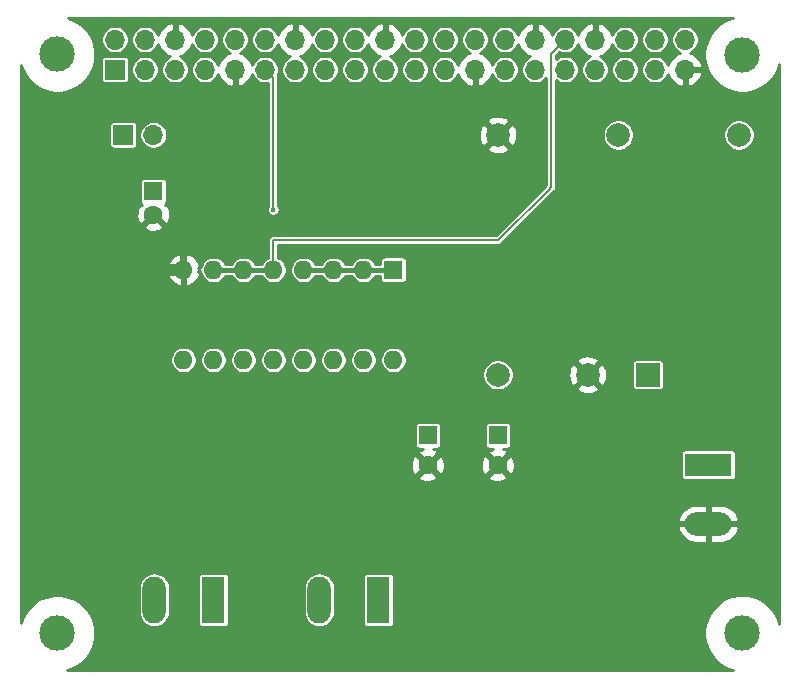
<source format=gbl>
G04 #@! TF.GenerationSoftware,KiCad,Pcbnew,(5.1.6)-1*
G04 #@! TF.CreationDate,2020-08-19T12:55:17-04:00*
G04 #@! TF.ProjectId,actuators-rev2,61637475-6174-46f7-9273-2d726576322e,rev?*
G04 #@! TF.SameCoordinates,Original*
G04 #@! TF.FileFunction,Copper,L4,Bot*
G04 #@! TF.FilePolarity,Positive*
%FSLAX46Y46*%
G04 Gerber Fmt 4.6, Leading zero omitted, Abs format (unit mm)*
G04 Created by KiCad (PCBNEW (5.1.6)-1) date 2020-08-19 12:55:17*
%MOMM*%
%LPD*%
G01*
G04 APERTURE LIST*
G04 #@! TA.AperFunction,ComponentPad*
%ADD10R,1.600000X1.600000*%
G04 #@! TD*
G04 #@! TA.AperFunction,ComponentPad*
%ADD11O,1.600000X1.600000*%
G04 #@! TD*
G04 #@! TA.AperFunction,ComponentPad*
%ADD12R,1.700000X1.700000*%
G04 #@! TD*
G04 #@! TA.AperFunction,ComponentPad*
%ADD13O,1.700000X1.700000*%
G04 #@! TD*
G04 #@! TA.AperFunction,WasherPad*
%ADD14C,3.000000*%
G04 #@! TD*
G04 #@! TA.AperFunction,ComponentPad*
%ADD15O,1.980000X3.960000*%
G04 #@! TD*
G04 #@! TA.AperFunction,ComponentPad*
%ADD16R,1.980000X3.960000*%
G04 #@! TD*
G04 #@! TA.AperFunction,ComponentPad*
%ADD17R,2.000000X2.000000*%
G04 #@! TD*
G04 #@! TA.AperFunction,ComponentPad*
%ADD18C,2.000000*%
G04 #@! TD*
G04 #@! TA.AperFunction,ComponentPad*
%ADD19R,3.960000X1.980000*%
G04 #@! TD*
G04 #@! TA.AperFunction,ComponentPad*
%ADD20O,3.960000X1.980000*%
G04 #@! TD*
G04 #@! TA.AperFunction,ComponentPad*
%ADD21C,1.600000*%
G04 #@! TD*
G04 #@! TA.AperFunction,ViaPad*
%ADD22C,0.400000*%
G04 #@! TD*
G04 #@! TA.AperFunction,Conductor*
%ADD23C,0.500000*%
G04 #@! TD*
G04 #@! TA.AperFunction,Conductor*
%ADD24C,0.600000*%
G04 #@! TD*
G04 #@! TA.AperFunction,Conductor*
%ADD25C,1.000000*%
G04 #@! TD*
G04 #@! TA.AperFunction,Conductor*
%ADD26C,0.400000*%
G04 #@! TD*
G04 #@! TA.AperFunction,Conductor*
%ADD27C,0.200000*%
G04 #@! TD*
G04 #@! TA.AperFunction,Conductor*
%ADD28C,0.254000*%
G04 #@! TD*
G04 APERTURE END LIST*
D10*
X110490000Y-82550000D03*
D11*
X92710000Y-90170000D03*
X107950000Y-82550000D03*
X95250000Y-90170000D03*
X105410000Y-82550000D03*
X97790000Y-90170000D03*
X102870000Y-82550000D03*
X100330000Y-90170000D03*
X100330000Y-82550000D03*
X102870000Y-90170000D03*
X97790000Y-82550000D03*
X105410000Y-90170000D03*
X95250000Y-82550000D03*
X107950000Y-90170000D03*
X92710000Y-82550000D03*
X110490000Y-90170000D03*
D12*
X86920000Y-65590000D03*
D13*
X86920000Y-63050000D03*
X89460000Y-65590000D03*
X89460000Y-63050000D03*
X92000000Y-65590000D03*
X92000000Y-63050000D03*
X94540000Y-65590000D03*
X94540000Y-63050000D03*
X97080000Y-65590000D03*
X97080000Y-63050000D03*
X99620000Y-65590000D03*
X99620000Y-63050000D03*
X102160000Y-65590000D03*
X102160000Y-63050000D03*
X104700000Y-65590000D03*
X104700000Y-63050000D03*
X107240000Y-65590000D03*
X107240000Y-63050000D03*
X109780000Y-65590000D03*
X109780000Y-63050000D03*
X112320000Y-65590000D03*
X112320000Y-63050000D03*
X114860000Y-65590000D03*
X114860000Y-63050000D03*
X117400000Y-65590000D03*
X117400000Y-63050000D03*
X119940000Y-65590000D03*
X119940000Y-63050000D03*
X122480000Y-65590000D03*
X122480000Y-63050000D03*
X125020000Y-65590000D03*
X125020000Y-63050000D03*
X127560000Y-65590000D03*
X127560000Y-63050000D03*
X130100000Y-65590000D03*
X130100000Y-63050000D03*
X132640000Y-65590000D03*
X132640000Y-63050000D03*
X135180000Y-65590000D03*
X135180000Y-63050000D03*
D14*
X82040000Y-64310000D03*
X140040000Y-64330000D03*
X82040000Y-113320000D03*
X140030000Y-113310000D03*
D15*
X104220000Y-110490000D03*
D16*
X109220000Y-110490000D03*
X95250000Y-110490000D03*
D15*
X90250000Y-110490000D03*
D17*
X132040000Y-91430000D03*
D18*
X126940000Y-91430000D03*
X139740000Y-71130000D03*
X129540000Y-71130000D03*
X119340000Y-71130000D03*
X119340000Y-91430000D03*
D12*
X87630000Y-71120000D03*
D13*
X90170000Y-71120000D03*
D19*
X137160000Y-99060000D03*
D20*
X137160000Y-104060000D03*
D10*
X90170000Y-75882500D03*
D21*
X90170000Y-77882500D03*
X113411000Y-99073276D03*
D10*
X113411000Y-96573276D03*
X119335499Y-96573276D03*
D21*
X119335499Y-99073276D03*
D22*
X100330000Y-77470000D03*
D23*
X91578630Y-82550000D02*
X92710000Y-82550000D01*
D24*
X92710000Y-80708500D02*
X92710000Y-82550000D01*
D25*
X92710000Y-82550000D02*
X90424000Y-82550000D01*
D24*
X90614500Y-82550000D02*
X90424000Y-82550000D01*
D26*
X102870000Y-82550000D02*
X105410000Y-82550000D01*
D27*
X100330000Y-66300000D02*
X99620000Y-65590000D01*
X100330000Y-77470000D02*
X100330000Y-66300000D01*
D26*
X107950000Y-82550000D02*
X110490000Y-82550000D01*
X107950000Y-82550000D02*
X105410000Y-82550000D01*
X100330000Y-82550000D02*
X95250000Y-82550000D01*
D27*
X100330000Y-80010000D02*
X100330000Y-82550000D01*
X100330000Y-80010000D02*
X119380000Y-80010000D01*
X124170001Y-63899999D02*
X125020000Y-63050000D01*
X125020000Y-63050000D02*
X123825000Y-64245000D01*
X123825000Y-75565000D02*
X123634500Y-75755500D01*
X119380000Y-80010000D02*
X123634500Y-75755500D01*
X123825000Y-64245000D02*
X123825000Y-75565000D01*
X123634500Y-75755500D02*
X123630001Y-75759999D01*
D28*
G36*
X139098719Y-61227012D02*
G01*
X138511442Y-61470270D01*
X137982907Y-61823425D01*
X137533425Y-62272907D01*
X137180270Y-62801442D01*
X136937012Y-63388719D01*
X136813000Y-64012168D01*
X136813000Y-64647832D01*
X136937012Y-65271281D01*
X137180270Y-65858558D01*
X137533425Y-66387093D01*
X137982907Y-66836575D01*
X138511442Y-67189730D01*
X139098719Y-67432988D01*
X139722168Y-67557000D01*
X140357832Y-67557000D01*
X140981281Y-67432988D01*
X141568558Y-67189730D01*
X142097093Y-66836575D01*
X142546575Y-66387093D01*
X142899730Y-65858558D01*
X143142988Y-65271281D01*
X143169357Y-65138716D01*
X143169356Y-112551553D01*
X143132988Y-112368719D01*
X142889730Y-111781442D01*
X142536575Y-111252907D01*
X142087093Y-110803425D01*
X141558558Y-110450270D01*
X140971281Y-110207012D01*
X140347832Y-110083000D01*
X139712168Y-110083000D01*
X139088719Y-110207012D01*
X138501442Y-110450270D01*
X137972907Y-110803425D01*
X137523425Y-111252907D01*
X137170270Y-111781442D01*
X136927012Y-112368719D01*
X136803000Y-112992168D01*
X136803000Y-113627832D01*
X136927012Y-114251281D01*
X137170270Y-114838558D01*
X137523425Y-115367093D01*
X137972907Y-115816575D01*
X138501442Y-116169730D01*
X139088719Y-116412988D01*
X139227589Y-116440611D01*
X82892684Y-116440611D01*
X82981281Y-116422988D01*
X83568558Y-116179730D01*
X84097093Y-115826575D01*
X84546575Y-115377093D01*
X84899730Y-114848558D01*
X85142988Y-114261281D01*
X85267000Y-113637832D01*
X85267000Y-113002168D01*
X85142988Y-112378719D01*
X84899730Y-111791442D01*
X84734860Y-111544696D01*
X88933000Y-111544696D01*
X88952056Y-111738176D01*
X89027364Y-111986432D01*
X89149656Y-112215225D01*
X89314235Y-112415765D01*
X89514774Y-112580344D01*
X89743567Y-112702636D01*
X89991823Y-112777944D01*
X90250000Y-112803372D01*
X90508176Y-112777944D01*
X90756432Y-112702636D01*
X90985225Y-112580344D01*
X91185765Y-112415765D01*
X91350344Y-112215226D01*
X91472636Y-111986433D01*
X91547944Y-111738177D01*
X91567000Y-111544697D01*
X91567000Y-109435303D01*
X91547944Y-109241823D01*
X91472636Y-108993567D01*
X91350344Y-108764774D01*
X91185765Y-108564235D01*
X91119680Y-108510000D01*
X93931418Y-108510000D01*
X93931418Y-112470000D01*
X93937732Y-112534103D01*
X93956430Y-112595743D01*
X93986794Y-112652550D01*
X94027657Y-112702343D01*
X94077450Y-112743206D01*
X94134257Y-112773570D01*
X94195897Y-112792268D01*
X94260000Y-112798582D01*
X96240000Y-112798582D01*
X96304103Y-112792268D01*
X96365743Y-112773570D01*
X96422550Y-112743206D01*
X96472343Y-112702343D01*
X96513206Y-112652550D01*
X96543570Y-112595743D01*
X96562268Y-112534103D01*
X96568582Y-112470000D01*
X96568582Y-111544696D01*
X102903000Y-111544696D01*
X102922056Y-111738176D01*
X102997364Y-111986432D01*
X103119656Y-112215225D01*
X103284235Y-112415765D01*
X103484774Y-112580344D01*
X103713567Y-112702636D01*
X103961823Y-112777944D01*
X104220000Y-112803372D01*
X104478176Y-112777944D01*
X104726432Y-112702636D01*
X104955225Y-112580344D01*
X105155765Y-112415765D01*
X105320344Y-112215226D01*
X105442636Y-111986433D01*
X105517944Y-111738177D01*
X105537000Y-111544697D01*
X105537000Y-109435303D01*
X105517944Y-109241823D01*
X105442636Y-108993567D01*
X105320344Y-108764774D01*
X105155765Y-108564235D01*
X105089680Y-108510000D01*
X107901418Y-108510000D01*
X107901418Y-112470000D01*
X107907732Y-112534103D01*
X107926430Y-112595743D01*
X107956794Y-112652550D01*
X107997657Y-112702343D01*
X108047450Y-112743206D01*
X108104257Y-112773570D01*
X108165897Y-112792268D01*
X108230000Y-112798582D01*
X110210000Y-112798582D01*
X110274103Y-112792268D01*
X110335743Y-112773570D01*
X110392550Y-112743206D01*
X110442343Y-112702343D01*
X110483206Y-112652550D01*
X110513570Y-112595743D01*
X110532268Y-112534103D01*
X110538582Y-112470000D01*
X110538582Y-108510000D01*
X110532268Y-108445897D01*
X110513570Y-108384257D01*
X110483206Y-108327450D01*
X110442343Y-108277657D01*
X110392550Y-108236794D01*
X110335743Y-108206430D01*
X110274103Y-108187732D01*
X110210000Y-108181418D01*
X108230000Y-108181418D01*
X108165897Y-108187732D01*
X108104257Y-108206430D01*
X108047450Y-108236794D01*
X107997657Y-108277657D01*
X107956794Y-108327450D01*
X107926430Y-108384257D01*
X107907732Y-108445897D01*
X107901418Y-108510000D01*
X105089680Y-108510000D01*
X104955226Y-108399656D01*
X104726433Y-108277364D01*
X104478177Y-108202056D01*
X104220000Y-108176628D01*
X103961824Y-108202056D01*
X103713568Y-108277364D01*
X103484775Y-108399656D01*
X103284236Y-108564235D01*
X103119657Y-108764774D01*
X102997365Y-108993567D01*
X102922057Y-109241823D01*
X102903001Y-109435303D01*
X102903000Y-111544696D01*
X96568582Y-111544696D01*
X96568582Y-108510000D01*
X96562268Y-108445897D01*
X96543570Y-108384257D01*
X96513206Y-108327450D01*
X96472343Y-108277657D01*
X96422550Y-108236794D01*
X96365743Y-108206430D01*
X96304103Y-108187732D01*
X96240000Y-108181418D01*
X94260000Y-108181418D01*
X94195897Y-108187732D01*
X94134257Y-108206430D01*
X94077450Y-108236794D01*
X94027657Y-108277657D01*
X93986794Y-108327450D01*
X93956430Y-108384257D01*
X93937732Y-108445897D01*
X93931418Y-108510000D01*
X91119680Y-108510000D01*
X90985226Y-108399656D01*
X90756433Y-108277364D01*
X90508177Y-108202056D01*
X90250000Y-108176628D01*
X89991824Y-108202056D01*
X89743568Y-108277364D01*
X89514775Y-108399656D01*
X89314236Y-108564235D01*
X89149657Y-108764774D01*
X89027365Y-108993567D01*
X88952057Y-109241823D01*
X88933001Y-109435303D01*
X88933000Y-111544696D01*
X84734860Y-111544696D01*
X84546575Y-111262907D01*
X84097093Y-110813425D01*
X83568558Y-110460270D01*
X82981281Y-110217012D01*
X82357832Y-110093000D01*
X81722168Y-110093000D01*
X81098719Y-110217012D01*
X80511442Y-110460270D01*
X79982907Y-110813425D01*
X79533425Y-111262907D01*
X79180270Y-111791442D01*
X78937012Y-112378719D01*
X78923356Y-112447372D01*
X78923356Y-104438865D01*
X134589782Y-104438865D01*
X134620095Y-104564528D01*
X134748304Y-104857205D01*
X134931148Y-105119246D01*
X135161601Y-105340581D01*
X135430806Y-105512704D01*
X135728418Y-105629000D01*
X136043000Y-105685000D01*
X137033000Y-105685000D01*
X137033000Y-104187000D01*
X137287000Y-104187000D01*
X137287000Y-105685000D01*
X138277000Y-105685000D01*
X138591582Y-105629000D01*
X138889194Y-105512704D01*
X139158399Y-105340581D01*
X139388852Y-105119246D01*
X139571696Y-104857205D01*
X139699905Y-104564528D01*
X139730218Y-104438865D01*
X139610740Y-104187000D01*
X137287000Y-104187000D01*
X137033000Y-104187000D01*
X134709260Y-104187000D01*
X134589782Y-104438865D01*
X78923356Y-104438865D01*
X78923356Y-103681135D01*
X134589782Y-103681135D01*
X134709260Y-103933000D01*
X137033000Y-103933000D01*
X137033000Y-102435000D01*
X137287000Y-102435000D01*
X137287000Y-103933000D01*
X139610740Y-103933000D01*
X139730218Y-103681135D01*
X139699905Y-103555472D01*
X139571696Y-103262795D01*
X139388852Y-103000754D01*
X139158399Y-102779419D01*
X138889194Y-102607296D01*
X138591582Y-102491000D01*
X138277000Y-102435000D01*
X137287000Y-102435000D01*
X137033000Y-102435000D01*
X136043000Y-102435000D01*
X135728418Y-102491000D01*
X135430806Y-102607296D01*
X135161601Y-102779419D01*
X134931148Y-103000754D01*
X134748304Y-103262795D01*
X134620095Y-103555472D01*
X134589782Y-103681135D01*
X78923356Y-103681135D01*
X78923356Y-100065978D01*
X112597903Y-100065978D01*
X112669486Y-100309947D01*
X112924996Y-100430847D01*
X113199184Y-100499576D01*
X113481512Y-100513493D01*
X113761130Y-100472063D01*
X114027292Y-100376879D01*
X114152514Y-100309947D01*
X114224097Y-100065978D01*
X118522402Y-100065978D01*
X118593985Y-100309947D01*
X118849495Y-100430847D01*
X119123683Y-100499576D01*
X119406011Y-100513493D01*
X119685629Y-100472063D01*
X119951791Y-100376879D01*
X120077013Y-100309947D01*
X120148596Y-100065978D01*
X119335499Y-99252881D01*
X118522402Y-100065978D01*
X114224097Y-100065978D01*
X113411000Y-99252881D01*
X112597903Y-100065978D01*
X78923356Y-100065978D01*
X78923356Y-99143788D01*
X111970783Y-99143788D01*
X112012213Y-99423406D01*
X112107397Y-99689568D01*
X112174329Y-99814790D01*
X112418298Y-99886373D01*
X113231395Y-99073276D01*
X113590605Y-99073276D01*
X114403702Y-99886373D01*
X114647671Y-99814790D01*
X114768571Y-99559280D01*
X114837300Y-99285092D01*
X114844265Y-99143788D01*
X117895282Y-99143788D01*
X117936712Y-99423406D01*
X118031896Y-99689568D01*
X118098828Y-99814790D01*
X118342797Y-99886373D01*
X119155894Y-99073276D01*
X119515104Y-99073276D01*
X120328201Y-99886373D01*
X120572170Y-99814790D01*
X120693070Y-99559280D01*
X120761799Y-99285092D01*
X120775716Y-99002764D01*
X120734286Y-98723146D01*
X120639102Y-98456984D01*
X120572170Y-98331762D01*
X120328201Y-98260179D01*
X119515104Y-99073276D01*
X119155894Y-99073276D01*
X118342797Y-98260179D01*
X118098828Y-98331762D01*
X117977928Y-98587272D01*
X117909199Y-98861460D01*
X117895282Y-99143788D01*
X114844265Y-99143788D01*
X114851217Y-99002764D01*
X114809787Y-98723146D01*
X114714603Y-98456984D01*
X114647671Y-98331762D01*
X114403702Y-98260179D01*
X113590605Y-99073276D01*
X113231395Y-99073276D01*
X112418298Y-98260179D01*
X112174329Y-98331762D01*
X112053429Y-98587272D01*
X111984700Y-98861460D01*
X111970783Y-99143788D01*
X78923356Y-99143788D01*
X78923356Y-95773276D01*
X112282418Y-95773276D01*
X112282418Y-97373276D01*
X112288732Y-97437379D01*
X112307430Y-97499019D01*
X112337794Y-97555826D01*
X112378657Y-97605619D01*
X112428450Y-97646482D01*
X112485257Y-97676846D01*
X112546897Y-97695544D01*
X112611000Y-97701858D01*
X112984338Y-97701858D01*
X112794708Y-97769673D01*
X112669486Y-97836605D01*
X112597903Y-98080574D01*
X113411000Y-98893671D01*
X114224097Y-98080574D01*
X114152514Y-97836605D01*
X113897004Y-97715705D01*
X113841763Y-97701858D01*
X114211000Y-97701858D01*
X114275103Y-97695544D01*
X114336743Y-97676846D01*
X114393550Y-97646482D01*
X114443343Y-97605619D01*
X114484206Y-97555826D01*
X114514570Y-97499019D01*
X114533268Y-97437379D01*
X114539582Y-97373276D01*
X114539582Y-95773276D01*
X118206917Y-95773276D01*
X118206917Y-97373276D01*
X118213231Y-97437379D01*
X118231929Y-97499019D01*
X118262293Y-97555826D01*
X118303156Y-97605619D01*
X118352949Y-97646482D01*
X118409756Y-97676846D01*
X118471396Y-97695544D01*
X118535499Y-97701858D01*
X118908837Y-97701858D01*
X118719207Y-97769673D01*
X118593985Y-97836605D01*
X118522402Y-98080574D01*
X119335499Y-98893671D01*
X120148596Y-98080574D01*
X120145494Y-98070000D01*
X134851418Y-98070000D01*
X134851418Y-100050000D01*
X134857732Y-100114103D01*
X134876430Y-100175743D01*
X134906794Y-100232550D01*
X134947657Y-100282343D01*
X134997450Y-100323206D01*
X135054257Y-100353570D01*
X135115897Y-100372268D01*
X135180000Y-100378582D01*
X139140000Y-100378582D01*
X139204103Y-100372268D01*
X139265743Y-100353570D01*
X139322550Y-100323206D01*
X139372343Y-100282343D01*
X139413206Y-100232550D01*
X139443570Y-100175743D01*
X139462268Y-100114103D01*
X139468582Y-100050000D01*
X139468582Y-98070000D01*
X139462268Y-98005897D01*
X139443570Y-97944257D01*
X139413206Y-97887450D01*
X139372343Y-97837657D01*
X139322550Y-97796794D01*
X139265743Y-97766430D01*
X139204103Y-97747732D01*
X139140000Y-97741418D01*
X135180000Y-97741418D01*
X135115897Y-97747732D01*
X135054257Y-97766430D01*
X134997450Y-97796794D01*
X134947657Y-97837657D01*
X134906794Y-97887450D01*
X134876430Y-97944257D01*
X134857732Y-98005897D01*
X134851418Y-98070000D01*
X120145494Y-98070000D01*
X120077013Y-97836605D01*
X119821503Y-97715705D01*
X119766262Y-97701858D01*
X120135499Y-97701858D01*
X120199602Y-97695544D01*
X120261242Y-97676846D01*
X120318049Y-97646482D01*
X120367842Y-97605619D01*
X120408705Y-97555826D01*
X120439069Y-97499019D01*
X120457767Y-97437379D01*
X120464081Y-97373276D01*
X120464081Y-95773276D01*
X120457767Y-95709173D01*
X120439069Y-95647533D01*
X120408705Y-95590726D01*
X120367842Y-95540933D01*
X120318049Y-95500070D01*
X120261242Y-95469706D01*
X120199602Y-95451008D01*
X120135499Y-95444694D01*
X118535499Y-95444694D01*
X118471396Y-95451008D01*
X118409756Y-95469706D01*
X118352949Y-95500070D01*
X118303156Y-95540933D01*
X118262293Y-95590726D01*
X118231929Y-95647533D01*
X118213231Y-95709173D01*
X118206917Y-95773276D01*
X114539582Y-95773276D01*
X114533268Y-95709173D01*
X114514570Y-95647533D01*
X114484206Y-95590726D01*
X114443343Y-95540933D01*
X114393550Y-95500070D01*
X114336743Y-95469706D01*
X114275103Y-95451008D01*
X114211000Y-95444694D01*
X112611000Y-95444694D01*
X112546897Y-95451008D01*
X112485257Y-95469706D01*
X112428450Y-95500070D01*
X112378657Y-95540933D01*
X112337794Y-95590726D01*
X112307430Y-95647533D01*
X112288732Y-95709173D01*
X112282418Y-95773276D01*
X78923356Y-95773276D01*
X78923356Y-91299302D01*
X118013000Y-91299302D01*
X118013000Y-91560698D01*
X118063996Y-91817072D01*
X118164028Y-92058570D01*
X118309252Y-92275913D01*
X118494087Y-92460748D01*
X118711430Y-92605972D01*
X118952928Y-92706004D01*
X119209302Y-92757000D01*
X119470698Y-92757000D01*
X119727072Y-92706004D01*
X119968570Y-92605972D01*
X120029270Y-92565413D01*
X125984192Y-92565413D01*
X126079956Y-92829814D01*
X126369571Y-92970704D01*
X126681108Y-93052384D01*
X127002595Y-93071718D01*
X127321675Y-93027961D01*
X127626088Y-92922795D01*
X127800044Y-92829814D01*
X127895808Y-92565413D01*
X126940000Y-91609605D01*
X125984192Y-92565413D01*
X120029270Y-92565413D01*
X120185913Y-92460748D01*
X120370748Y-92275913D01*
X120515972Y-92058570D01*
X120616004Y-91817072D01*
X120667000Y-91560698D01*
X120667000Y-91492595D01*
X125298282Y-91492595D01*
X125342039Y-91811675D01*
X125447205Y-92116088D01*
X125540186Y-92290044D01*
X125804587Y-92385808D01*
X126760395Y-91430000D01*
X127119605Y-91430000D01*
X128075413Y-92385808D01*
X128339814Y-92290044D01*
X128480704Y-92000429D01*
X128562384Y-91688892D01*
X128581718Y-91367405D01*
X128537961Y-91048325D01*
X128432795Y-90743912D01*
X128339814Y-90569956D01*
X128075413Y-90474192D01*
X127119605Y-91430000D01*
X126760395Y-91430000D01*
X125804587Y-90474192D01*
X125540186Y-90569956D01*
X125399296Y-90859571D01*
X125317616Y-91171108D01*
X125298282Y-91492595D01*
X120667000Y-91492595D01*
X120667000Y-91299302D01*
X120616004Y-91042928D01*
X120515972Y-90801430D01*
X120370748Y-90584087D01*
X120185913Y-90399252D01*
X120029271Y-90294587D01*
X125984192Y-90294587D01*
X126940000Y-91250395D01*
X127760395Y-90430000D01*
X130711418Y-90430000D01*
X130711418Y-92430000D01*
X130717732Y-92494103D01*
X130736430Y-92555743D01*
X130766794Y-92612550D01*
X130807657Y-92662343D01*
X130857450Y-92703206D01*
X130914257Y-92733570D01*
X130975897Y-92752268D01*
X131040000Y-92758582D01*
X133040000Y-92758582D01*
X133104103Y-92752268D01*
X133165743Y-92733570D01*
X133222550Y-92703206D01*
X133272343Y-92662343D01*
X133313206Y-92612550D01*
X133343570Y-92555743D01*
X133362268Y-92494103D01*
X133368582Y-92430000D01*
X133368582Y-90430000D01*
X133362268Y-90365897D01*
X133343570Y-90304257D01*
X133313206Y-90247450D01*
X133272343Y-90197657D01*
X133222550Y-90156794D01*
X133165743Y-90126430D01*
X133104103Y-90107732D01*
X133040000Y-90101418D01*
X131040000Y-90101418D01*
X130975897Y-90107732D01*
X130914257Y-90126430D01*
X130857450Y-90156794D01*
X130807657Y-90197657D01*
X130766794Y-90247450D01*
X130736430Y-90304257D01*
X130717732Y-90365897D01*
X130711418Y-90430000D01*
X127760395Y-90430000D01*
X127895808Y-90294587D01*
X127800044Y-90030186D01*
X127510429Y-89889296D01*
X127198892Y-89807616D01*
X126877405Y-89788282D01*
X126558325Y-89832039D01*
X126253912Y-89937205D01*
X126079956Y-90030186D01*
X125984192Y-90294587D01*
X120029271Y-90294587D01*
X119968570Y-90254028D01*
X119727072Y-90153996D01*
X119470698Y-90103000D01*
X119209302Y-90103000D01*
X118952928Y-90153996D01*
X118711430Y-90254028D01*
X118494087Y-90399252D01*
X118309252Y-90584087D01*
X118164028Y-90801430D01*
X118063996Y-91042928D01*
X118013000Y-91299302D01*
X78923356Y-91299302D01*
X78923356Y-90059000D01*
X91583000Y-90059000D01*
X91583000Y-90281000D01*
X91626310Y-90498734D01*
X91711266Y-90703835D01*
X91834602Y-90888421D01*
X91991579Y-91045398D01*
X92176165Y-91168734D01*
X92381266Y-91253690D01*
X92599000Y-91297000D01*
X92821000Y-91297000D01*
X93038734Y-91253690D01*
X93243835Y-91168734D01*
X93428421Y-91045398D01*
X93585398Y-90888421D01*
X93708734Y-90703835D01*
X93793690Y-90498734D01*
X93837000Y-90281000D01*
X93837000Y-90059000D01*
X94123000Y-90059000D01*
X94123000Y-90281000D01*
X94166310Y-90498734D01*
X94251266Y-90703835D01*
X94374602Y-90888421D01*
X94531579Y-91045398D01*
X94716165Y-91168734D01*
X94921266Y-91253690D01*
X95139000Y-91297000D01*
X95361000Y-91297000D01*
X95578734Y-91253690D01*
X95783835Y-91168734D01*
X95968421Y-91045398D01*
X96125398Y-90888421D01*
X96248734Y-90703835D01*
X96333690Y-90498734D01*
X96377000Y-90281000D01*
X96377000Y-90059000D01*
X96663000Y-90059000D01*
X96663000Y-90281000D01*
X96706310Y-90498734D01*
X96791266Y-90703835D01*
X96914602Y-90888421D01*
X97071579Y-91045398D01*
X97256165Y-91168734D01*
X97461266Y-91253690D01*
X97679000Y-91297000D01*
X97901000Y-91297000D01*
X98118734Y-91253690D01*
X98323835Y-91168734D01*
X98508421Y-91045398D01*
X98665398Y-90888421D01*
X98788734Y-90703835D01*
X98873690Y-90498734D01*
X98917000Y-90281000D01*
X98917000Y-90059000D01*
X99203000Y-90059000D01*
X99203000Y-90281000D01*
X99246310Y-90498734D01*
X99331266Y-90703835D01*
X99454602Y-90888421D01*
X99611579Y-91045398D01*
X99796165Y-91168734D01*
X100001266Y-91253690D01*
X100219000Y-91297000D01*
X100441000Y-91297000D01*
X100658734Y-91253690D01*
X100863835Y-91168734D01*
X101048421Y-91045398D01*
X101205398Y-90888421D01*
X101328734Y-90703835D01*
X101413690Y-90498734D01*
X101457000Y-90281000D01*
X101457000Y-90059000D01*
X101743000Y-90059000D01*
X101743000Y-90281000D01*
X101786310Y-90498734D01*
X101871266Y-90703835D01*
X101994602Y-90888421D01*
X102151579Y-91045398D01*
X102336165Y-91168734D01*
X102541266Y-91253690D01*
X102759000Y-91297000D01*
X102981000Y-91297000D01*
X103198734Y-91253690D01*
X103403835Y-91168734D01*
X103588421Y-91045398D01*
X103745398Y-90888421D01*
X103868734Y-90703835D01*
X103953690Y-90498734D01*
X103997000Y-90281000D01*
X103997000Y-90059000D01*
X104283000Y-90059000D01*
X104283000Y-90281000D01*
X104326310Y-90498734D01*
X104411266Y-90703835D01*
X104534602Y-90888421D01*
X104691579Y-91045398D01*
X104876165Y-91168734D01*
X105081266Y-91253690D01*
X105299000Y-91297000D01*
X105521000Y-91297000D01*
X105738734Y-91253690D01*
X105943835Y-91168734D01*
X106128421Y-91045398D01*
X106285398Y-90888421D01*
X106408734Y-90703835D01*
X106493690Y-90498734D01*
X106537000Y-90281000D01*
X106537000Y-90059000D01*
X106823000Y-90059000D01*
X106823000Y-90281000D01*
X106866310Y-90498734D01*
X106951266Y-90703835D01*
X107074602Y-90888421D01*
X107231579Y-91045398D01*
X107416165Y-91168734D01*
X107621266Y-91253690D01*
X107839000Y-91297000D01*
X108061000Y-91297000D01*
X108278734Y-91253690D01*
X108483835Y-91168734D01*
X108668421Y-91045398D01*
X108825398Y-90888421D01*
X108948734Y-90703835D01*
X109033690Y-90498734D01*
X109077000Y-90281000D01*
X109077000Y-90059000D01*
X109363000Y-90059000D01*
X109363000Y-90281000D01*
X109406310Y-90498734D01*
X109491266Y-90703835D01*
X109614602Y-90888421D01*
X109771579Y-91045398D01*
X109956165Y-91168734D01*
X110161266Y-91253690D01*
X110379000Y-91297000D01*
X110601000Y-91297000D01*
X110818734Y-91253690D01*
X111023835Y-91168734D01*
X111208421Y-91045398D01*
X111365398Y-90888421D01*
X111488734Y-90703835D01*
X111573690Y-90498734D01*
X111617000Y-90281000D01*
X111617000Y-90059000D01*
X111573690Y-89841266D01*
X111488734Y-89636165D01*
X111365398Y-89451579D01*
X111208421Y-89294602D01*
X111023835Y-89171266D01*
X110818734Y-89086310D01*
X110601000Y-89043000D01*
X110379000Y-89043000D01*
X110161266Y-89086310D01*
X109956165Y-89171266D01*
X109771579Y-89294602D01*
X109614602Y-89451579D01*
X109491266Y-89636165D01*
X109406310Y-89841266D01*
X109363000Y-90059000D01*
X109077000Y-90059000D01*
X109033690Y-89841266D01*
X108948734Y-89636165D01*
X108825398Y-89451579D01*
X108668421Y-89294602D01*
X108483835Y-89171266D01*
X108278734Y-89086310D01*
X108061000Y-89043000D01*
X107839000Y-89043000D01*
X107621266Y-89086310D01*
X107416165Y-89171266D01*
X107231579Y-89294602D01*
X107074602Y-89451579D01*
X106951266Y-89636165D01*
X106866310Y-89841266D01*
X106823000Y-90059000D01*
X106537000Y-90059000D01*
X106493690Y-89841266D01*
X106408734Y-89636165D01*
X106285398Y-89451579D01*
X106128421Y-89294602D01*
X105943835Y-89171266D01*
X105738734Y-89086310D01*
X105521000Y-89043000D01*
X105299000Y-89043000D01*
X105081266Y-89086310D01*
X104876165Y-89171266D01*
X104691579Y-89294602D01*
X104534602Y-89451579D01*
X104411266Y-89636165D01*
X104326310Y-89841266D01*
X104283000Y-90059000D01*
X103997000Y-90059000D01*
X103953690Y-89841266D01*
X103868734Y-89636165D01*
X103745398Y-89451579D01*
X103588421Y-89294602D01*
X103403835Y-89171266D01*
X103198734Y-89086310D01*
X102981000Y-89043000D01*
X102759000Y-89043000D01*
X102541266Y-89086310D01*
X102336165Y-89171266D01*
X102151579Y-89294602D01*
X101994602Y-89451579D01*
X101871266Y-89636165D01*
X101786310Y-89841266D01*
X101743000Y-90059000D01*
X101457000Y-90059000D01*
X101413690Y-89841266D01*
X101328734Y-89636165D01*
X101205398Y-89451579D01*
X101048421Y-89294602D01*
X100863835Y-89171266D01*
X100658734Y-89086310D01*
X100441000Y-89043000D01*
X100219000Y-89043000D01*
X100001266Y-89086310D01*
X99796165Y-89171266D01*
X99611579Y-89294602D01*
X99454602Y-89451579D01*
X99331266Y-89636165D01*
X99246310Y-89841266D01*
X99203000Y-90059000D01*
X98917000Y-90059000D01*
X98873690Y-89841266D01*
X98788734Y-89636165D01*
X98665398Y-89451579D01*
X98508421Y-89294602D01*
X98323835Y-89171266D01*
X98118734Y-89086310D01*
X97901000Y-89043000D01*
X97679000Y-89043000D01*
X97461266Y-89086310D01*
X97256165Y-89171266D01*
X97071579Y-89294602D01*
X96914602Y-89451579D01*
X96791266Y-89636165D01*
X96706310Y-89841266D01*
X96663000Y-90059000D01*
X96377000Y-90059000D01*
X96333690Y-89841266D01*
X96248734Y-89636165D01*
X96125398Y-89451579D01*
X95968421Y-89294602D01*
X95783835Y-89171266D01*
X95578734Y-89086310D01*
X95361000Y-89043000D01*
X95139000Y-89043000D01*
X94921266Y-89086310D01*
X94716165Y-89171266D01*
X94531579Y-89294602D01*
X94374602Y-89451579D01*
X94251266Y-89636165D01*
X94166310Y-89841266D01*
X94123000Y-90059000D01*
X93837000Y-90059000D01*
X93793690Y-89841266D01*
X93708734Y-89636165D01*
X93585398Y-89451579D01*
X93428421Y-89294602D01*
X93243835Y-89171266D01*
X93038734Y-89086310D01*
X92821000Y-89043000D01*
X92599000Y-89043000D01*
X92381266Y-89086310D01*
X92176165Y-89171266D01*
X91991579Y-89294602D01*
X91834602Y-89451579D01*
X91711266Y-89636165D01*
X91626310Y-89841266D01*
X91583000Y-90059000D01*
X78923356Y-90059000D01*
X78923356Y-82899040D01*
X91318091Y-82899040D01*
X91412930Y-83163881D01*
X91557615Y-83405131D01*
X91746586Y-83613519D01*
X91972580Y-83781037D01*
X92226913Y-83901246D01*
X92360961Y-83941904D01*
X92583000Y-83819915D01*
X92583000Y-82677000D01*
X91439376Y-82677000D01*
X91318091Y-82899040D01*
X78923356Y-82899040D01*
X78923356Y-82200960D01*
X91318091Y-82200960D01*
X91439376Y-82423000D01*
X92583000Y-82423000D01*
X92583000Y-81280085D01*
X92837000Y-81280085D01*
X92837000Y-82423000D01*
X92857000Y-82423000D01*
X92857000Y-82677000D01*
X92837000Y-82677000D01*
X92837000Y-83819915D01*
X93059039Y-83941904D01*
X93193087Y-83901246D01*
X93447420Y-83781037D01*
X93673414Y-83613519D01*
X93862385Y-83405131D01*
X94007070Y-83163881D01*
X94101909Y-82899040D01*
X93980625Y-82677002D01*
X94126183Y-82677002D01*
X94166310Y-82878734D01*
X94251266Y-83083835D01*
X94374602Y-83268421D01*
X94531579Y-83425398D01*
X94716165Y-83548734D01*
X94921266Y-83633690D01*
X95139000Y-83677000D01*
X95361000Y-83677000D01*
X95578734Y-83633690D01*
X95783835Y-83548734D01*
X95968421Y-83425398D01*
X96125398Y-83268421D01*
X96248734Y-83083835D01*
X96251565Y-83077000D01*
X96788435Y-83077000D01*
X96791266Y-83083835D01*
X96914602Y-83268421D01*
X97071579Y-83425398D01*
X97256165Y-83548734D01*
X97461266Y-83633690D01*
X97679000Y-83677000D01*
X97901000Y-83677000D01*
X98118734Y-83633690D01*
X98323835Y-83548734D01*
X98508421Y-83425398D01*
X98665398Y-83268421D01*
X98788734Y-83083835D01*
X98791565Y-83077000D01*
X99328435Y-83077000D01*
X99331266Y-83083835D01*
X99454602Y-83268421D01*
X99611579Y-83425398D01*
X99796165Y-83548734D01*
X100001266Y-83633690D01*
X100219000Y-83677000D01*
X100441000Y-83677000D01*
X100658734Y-83633690D01*
X100863835Y-83548734D01*
X101048421Y-83425398D01*
X101205398Y-83268421D01*
X101328734Y-83083835D01*
X101413690Y-82878734D01*
X101457000Y-82661000D01*
X101457000Y-82439000D01*
X101743000Y-82439000D01*
X101743000Y-82661000D01*
X101786310Y-82878734D01*
X101871266Y-83083835D01*
X101994602Y-83268421D01*
X102151579Y-83425398D01*
X102336165Y-83548734D01*
X102541266Y-83633690D01*
X102759000Y-83677000D01*
X102981000Y-83677000D01*
X103198734Y-83633690D01*
X103403835Y-83548734D01*
X103588421Y-83425398D01*
X103745398Y-83268421D01*
X103868734Y-83083835D01*
X103871565Y-83077000D01*
X104408435Y-83077000D01*
X104411266Y-83083835D01*
X104534602Y-83268421D01*
X104691579Y-83425398D01*
X104876165Y-83548734D01*
X105081266Y-83633690D01*
X105299000Y-83677000D01*
X105521000Y-83677000D01*
X105738734Y-83633690D01*
X105943835Y-83548734D01*
X106128421Y-83425398D01*
X106285398Y-83268421D01*
X106408734Y-83083835D01*
X106411565Y-83077000D01*
X106948435Y-83077000D01*
X106951266Y-83083835D01*
X107074602Y-83268421D01*
X107231579Y-83425398D01*
X107416165Y-83548734D01*
X107621266Y-83633690D01*
X107839000Y-83677000D01*
X108061000Y-83677000D01*
X108278734Y-83633690D01*
X108483835Y-83548734D01*
X108668421Y-83425398D01*
X108825398Y-83268421D01*
X108948734Y-83083835D01*
X108951565Y-83077000D01*
X109361418Y-83077000D01*
X109361418Y-83350000D01*
X109367732Y-83414103D01*
X109386430Y-83475743D01*
X109416794Y-83532550D01*
X109457657Y-83582343D01*
X109507450Y-83623206D01*
X109564257Y-83653570D01*
X109625897Y-83672268D01*
X109690000Y-83678582D01*
X111290000Y-83678582D01*
X111354103Y-83672268D01*
X111415743Y-83653570D01*
X111472550Y-83623206D01*
X111522343Y-83582343D01*
X111563206Y-83532550D01*
X111593570Y-83475743D01*
X111612268Y-83414103D01*
X111618582Y-83350000D01*
X111618582Y-81750000D01*
X111612268Y-81685897D01*
X111593570Y-81624257D01*
X111563206Y-81567450D01*
X111522343Y-81517657D01*
X111472550Y-81476794D01*
X111415743Y-81446430D01*
X111354103Y-81427732D01*
X111290000Y-81421418D01*
X109690000Y-81421418D01*
X109625897Y-81427732D01*
X109564257Y-81446430D01*
X109507450Y-81476794D01*
X109457657Y-81517657D01*
X109416794Y-81567450D01*
X109386430Y-81624257D01*
X109367732Y-81685897D01*
X109361418Y-81750000D01*
X109361418Y-82023000D01*
X108951565Y-82023000D01*
X108948734Y-82016165D01*
X108825398Y-81831579D01*
X108668421Y-81674602D01*
X108483835Y-81551266D01*
X108278734Y-81466310D01*
X108061000Y-81423000D01*
X107839000Y-81423000D01*
X107621266Y-81466310D01*
X107416165Y-81551266D01*
X107231579Y-81674602D01*
X107074602Y-81831579D01*
X106951266Y-82016165D01*
X106948435Y-82023000D01*
X106411565Y-82023000D01*
X106408734Y-82016165D01*
X106285398Y-81831579D01*
X106128421Y-81674602D01*
X105943835Y-81551266D01*
X105738734Y-81466310D01*
X105521000Y-81423000D01*
X105299000Y-81423000D01*
X105081266Y-81466310D01*
X104876165Y-81551266D01*
X104691579Y-81674602D01*
X104534602Y-81831579D01*
X104411266Y-82016165D01*
X104408435Y-82023000D01*
X103871565Y-82023000D01*
X103868734Y-82016165D01*
X103745398Y-81831579D01*
X103588421Y-81674602D01*
X103403835Y-81551266D01*
X103198734Y-81466310D01*
X102981000Y-81423000D01*
X102759000Y-81423000D01*
X102541266Y-81466310D01*
X102336165Y-81551266D01*
X102151579Y-81674602D01*
X101994602Y-81831579D01*
X101871266Y-82016165D01*
X101786310Y-82221266D01*
X101743000Y-82439000D01*
X101457000Y-82439000D01*
X101413690Y-82221266D01*
X101328734Y-82016165D01*
X101205398Y-81831579D01*
X101048421Y-81674602D01*
X100863835Y-81551266D01*
X100757000Y-81507013D01*
X100757000Y-80437000D01*
X119359033Y-80437000D01*
X119380000Y-80439065D01*
X119400967Y-80437000D01*
X119400978Y-80437000D01*
X119463707Y-80430822D01*
X119544196Y-80406405D01*
X119618376Y-80366755D01*
X119683395Y-80313395D01*
X119696768Y-80297100D01*
X123951268Y-76042601D01*
X123951273Y-76042595D01*
X124112100Y-75881768D01*
X124128395Y-75868395D01*
X124152350Y-75839206D01*
X124181756Y-75803376D01*
X124221404Y-75729197D01*
X124221405Y-75729196D01*
X124245822Y-75648707D01*
X124252000Y-75585978D01*
X124252000Y-75585967D01*
X124254065Y-75565000D01*
X124252000Y-75544033D01*
X124252000Y-70999302D01*
X128213000Y-70999302D01*
X128213000Y-71260698D01*
X128263996Y-71517072D01*
X128364028Y-71758570D01*
X128509252Y-71975913D01*
X128694087Y-72160748D01*
X128911430Y-72305972D01*
X129152928Y-72406004D01*
X129409302Y-72457000D01*
X129670698Y-72457000D01*
X129927072Y-72406004D01*
X130168570Y-72305972D01*
X130385913Y-72160748D01*
X130570748Y-71975913D01*
X130715972Y-71758570D01*
X130816004Y-71517072D01*
X130867000Y-71260698D01*
X130867000Y-70999302D01*
X138413000Y-70999302D01*
X138413000Y-71260698D01*
X138463996Y-71517072D01*
X138564028Y-71758570D01*
X138709252Y-71975913D01*
X138894087Y-72160748D01*
X139111430Y-72305972D01*
X139352928Y-72406004D01*
X139609302Y-72457000D01*
X139870698Y-72457000D01*
X140127072Y-72406004D01*
X140368570Y-72305972D01*
X140585913Y-72160748D01*
X140770748Y-71975913D01*
X140915972Y-71758570D01*
X141016004Y-71517072D01*
X141067000Y-71260698D01*
X141067000Y-70999302D01*
X141016004Y-70742928D01*
X140915972Y-70501430D01*
X140770748Y-70284087D01*
X140585913Y-70099252D01*
X140368570Y-69954028D01*
X140127072Y-69853996D01*
X139870698Y-69803000D01*
X139609302Y-69803000D01*
X139352928Y-69853996D01*
X139111430Y-69954028D01*
X138894087Y-70099252D01*
X138709252Y-70284087D01*
X138564028Y-70501430D01*
X138463996Y-70742928D01*
X138413000Y-70999302D01*
X130867000Y-70999302D01*
X130816004Y-70742928D01*
X130715972Y-70501430D01*
X130570748Y-70284087D01*
X130385913Y-70099252D01*
X130168570Y-69954028D01*
X129927072Y-69853996D01*
X129670698Y-69803000D01*
X129409302Y-69803000D01*
X129152928Y-69853996D01*
X128911430Y-69954028D01*
X128694087Y-70099252D01*
X128509252Y-70284087D01*
X128364028Y-70501430D01*
X128263996Y-70742928D01*
X128213000Y-70999302D01*
X124252000Y-70999302D01*
X124252000Y-66486530D01*
X124269706Y-66504236D01*
X124462481Y-66633044D01*
X124676682Y-66721769D01*
X124904076Y-66767000D01*
X125135924Y-66767000D01*
X125363318Y-66721769D01*
X125577519Y-66633044D01*
X125770294Y-66504236D01*
X125934236Y-66340294D01*
X126063044Y-66147519D01*
X126151769Y-65933318D01*
X126197000Y-65705924D01*
X126197000Y-65474076D01*
X126151769Y-65246682D01*
X126063044Y-65032481D01*
X125934236Y-64839706D01*
X125770294Y-64675764D01*
X125577519Y-64546956D01*
X125363318Y-64458231D01*
X125135924Y-64413000D01*
X124904076Y-64413000D01*
X124676682Y-64458231D01*
X124462481Y-64546956D01*
X124269706Y-64675764D01*
X124252000Y-64693470D01*
X124252000Y-64421868D01*
X124546163Y-64127706D01*
X124676682Y-64181769D01*
X124904076Y-64227000D01*
X125135924Y-64227000D01*
X125363318Y-64181769D01*
X125577519Y-64093044D01*
X125770294Y-63964236D01*
X125934236Y-63800294D01*
X126063044Y-63607519D01*
X126131264Y-63442821D01*
X126215843Y-63681252D01*
X126364822Y-63931355D01*
X126559731Y-64147588D01*
X126793080Y-64321641D01*
X127055901Y-64446825D01*
X127164612Y-64479799D01*
X127002481Y-64546956D01*
X126809706Y-64675764D01*
X126645764Y-64839706D01*
X126516956Y-65032481D01*
X126428231Y-65246682D01*
X126383000Y-65474076D01*
X126383000Y-65705924D01*
X126428231Y-65933318D01*
X126516956Y-66147519D01*
X126645764Y-66340294D01*
X126809706Y-66504236D01*
X127002481Y-66633044D01*
X127216682Y-66721769D01*
X127444076Y-66767000D01*
X127675924Y-66767000D01*
X127903318Y-66721769D01*
X128117519Y-66633044D01*
X128310294Y-66504236D01*
X128474236Y-66340294D01*
X128603044Y-66147519D01*
X128691769Y-65933318D01*
X128737000Y-65705924D01*
X128737000Y-65474076D01*
X128923000Y-65474076D01*
X128923000Y-65705924D01*
X128968231Y-65933318D01*
X129056956Y-66147519D01*
X129185764Y-66340294D01*
X129349706Y-66504236D01*
X129542481Y-66633044D01*
X129756682Y-66721769D01*
X129984076Y-66767000D01*
X130215924Y-66767000D01*
X130443318Y-66721769D01*
X130657519Y-66633044D01*
X130850294Y-66504236D01*
X131014236Y-66340294D01*
X131143044Y-66147519D01*
X131231769Y-65933318D01*
X131277000Y-65705924D01*
X131277000Y-65474076D01*
X131463000Y-65474076D01*
X131463000Y-65705924D01*
X131508231Y-65933318D01*
X131596956Y-66147519D01*
X131725764Y-66340294D01*
X131889706Y-66504236D01*
X132082481Y-66633044D01*
X132296682Y-66721769D01*
X132524076Y-66767000D01*
X132755924Y-66767000D01*
X132983318Y-66721769D01*
X133197519Y-66633044D01*
X133390294Y-66504236D01*
X133554236Y-66340294D01*
X133683044Y-66147519D01*
X133751264Y-65982821D01*
X133835843Y-66221252D01*
X133984822Y-66471355D01*
X134179731Y-66687588D01*
X134413080Y-66861641D01*
X134675901Y-66986825D01*
X134823110Y-67031476D01*
X135053000Y-66910155D01*
X135053000Y-65717000D01*
X135307000Y-65717000D01*
X135307000Y-66910155D01*
X135536890Y-67031476D01*
X135684099Y-66986825D01*
X135946920Y-66861641D01*
X136180269Y-66687588D01*
X136375178Y-66471355D01*
X136524157Y-66221252D01*
X136621481Y-65946891D01*
X136500814Y-65717000D01*
X135307000Y-65717000D01*
X135053000Y-65717000D01*
X135033000Y-65717000D01*
X135033000Y-65463000D01*
X135053000Y-65463000D01*
X135053000Y-65443000D01*
X135307000Y-65443000D01*
X135307000Y-65463000D01*
X136500814Y-65463000D01*
X136621481Y-65233109D01*
X136524157Y-64958748D01*
X136375178Y-64708645D01*
X136180269Y-64492412D01*
X135946920Y-64318359D01*
X135684099Y-64193175D01*
X135575388Y-64160201D01*
X135737519Y-64093044D01*
X135930294Y-63964236D01*
X136094236Y-63800294D01*
X136223044Y-63607519D01*
X136311769Y-63393318D01*
X136357000Y-63165924D01*
X136357000Y-62934076D01*
X136311769Y-62706682D01*
X136223044Y-62492481D01*
X136094236Y-62299706D01*
X135930294Y-62135764D01*
X135737519Y-62006956D01*
X135523318Y-61918231D01*
X135295924Y-61873000D01*
X135064076Y-61873000D01*
X134836682Y-61918231D01*
X134622481Y-62006956D01*
X134429706Y-62135764D01*
X134265764Y-62299706D01*
X134136956Y-62492481D01*
X134048231Y-62706682D01*
X134003000Y-62934076D01*
X134003000Y-63165924D01*
X134048231Y-63393318D01*
X134136956Y-63607519D01*
X134265764Y-63800294D01*
X134429706Y-63964236D01*
X134622481Y-64093044D01*
X134784612Y-64160201D01*
X134675901Y-64193175D01*
X134413080Y-64318359D01*
X134179731Y-64492412D01*
X133984822Y-64708645D01*
X133835843Y-64958748D01*
X133751264Y-65197179D01*
X133683044Y-65032481D01*
X133554236Y-64839706D01*
X133390294Y-64675764D01*
X133197519Y-64546956D01*
X132983318Y-64458231D01*
X132755924Y-64413000D01*
X132524076Y-64413000D01*
X132296682Y-64458231D01*
X132082481Y-64546956D01*
X131889706Y-64675764D01*
X131725764Y-64839706D01*
X131596956Y-65032481D01*
X131508231Y-65246682D01*
X131463000Y-65474076D01*
X131277000Y-65474076D01*
X131231769Y-65246682D01*
X131143044Y-65032481D01*
X131014236Y-64839706D01*
X130850294Y-64675764D01*
X130657519Y-64546956D01*
X130443318Y-64458231D01*
X130215924Y-64413000D01*
X129984076Y-64413000D01*
X129756682Y-64458231D01*
X129542481Y-64546956D01*
X129349706Y-64675764D01*
X129185764Y-64839706D01*
X129056956Y-65032481D01*
X128968231Y-65246682D01*
X128923000Y-65474076D01*
X128737000Y-65474076D01*
X128691769Y-65246682D01*
X128603044Y-65032481D01*
X128474236Y-64839706D01*
X128310294Y-64675764D01*
X128117519Y-64546956D01*
X127955388Y-64479799D01*
X128064099Y-64446825D01*
X128326920Y-64321641D01*
X128560269Y-64147588D01*
X128755178Y-63931355D01*
X128904157Y-63681252D01*
X128988736Y-63442821D01*
X129056956Y-63607519D01*
X129185764Y-63800294D01*
X129349706Y-63964236D01*
X129542481Y-64093044D01*
X129756682Y-64181769D01*
X129984076Y-64227000D01*
X130215924Y-64227000D01*
X130443318Y-64181769D01*
X130657519Y-64093044D01*
X130850294Y-63964236D01*
X131014236Y-63800294D01*
X131143044Y-63607519D01*
X131231769Y-63393318D01*
X131277000Y-63165924D01*
X131277000Y-62934076D01*
X131463000Y-62934076D01*
X131463000Y-63165924D01*
X131508231Y-63393318D01*
X131596956Y-63607519D01*
X131725764Y-63800294D01*
X131889706Y-63964236D01*
X132082481Y-64093044D01*
X132296682Y-64181769D01*
X132524076Y-64227000D01*
X132755924Y-64227000D01*
X132983318Y-64181769D01*
X133197519Y-64093044D01*
X133390294Y-63964236D01*
X133554236Y-63800294D01*
X133683044Y-63607519D01*
X133771769Y-63393318D01*
X133817000Y-63165924D01*
X133817000Y-62934076D01*
X133771769Y-62706682D01*
X133683044Y-62492481D01*
X133554236Y-62299706D01*
X133390294Y-62135764D01*
X133197519Y-62006956D01*
X132983318Y-61918231D01*
X132755924Y-61873000D01*
X132524076Y-61873000D01*
X132296682Y-61918231D01*
X132082481Y-62006956D01*
X131889706Y-62135764D01*
X131725764Y-62299706D01*
X131596956Y-62492481D01*
X131508231Y-62706682D01*
X131463000Y-62934076D01*
X131277000Y-62934076D01*
X131231769Y-62706682D01*
X131143044Y-62492481D01*
X131014236Y-62299706D01*
X130850294Y-62135764D01*
X130657519Y-62006956D01*
X130443318Y-61918231D01*
X130215924Y-61873000D01*
X129984076Y-61873000D01*
X129756682Y-61918231D01*
X129542481Y-62006956D01*
X129349706Y-62135764D01*
X129185764Y-62299706D01*
X129056956Y-62492481D01*
X128988736Y-62657179D01*
X128904157Y-62418748D01*
X128755178Y-62168645D01*
X128560269Y-61952412D01*
X128326920Y-61778359D01*
X128064099Y-61653175D01*
X127916890Y-61608524D01*
X127687000Y-61729845D01*
X127687000Y-62923000D01*
X127707000Y-62923000D01*
X127707000Y-63177000D01*
X127687000Y-63177000D01*
X127687000Y-63197000D01*
X127433000Y-63197000D01*
X127433000Y-63177000D01*
X127413000Y-63177000D01*
X127413000Y-62923000D01*
X127433000Y-62923000D01*
X127433000Y-61729845D01*
X127203110Y-61608524D01*
X127055901Y-61653175D01*
X126793080Y-61778359D01*
X126559731Y-61952412D01*
X126364822Y-62168645D01*
X126215843Y-62418748D01*
X126131264Y-62657179D01*
X126063044Y-62492481D01*
X125934236Y-62299706D01*
X125770294Y-62135764D01*
X125577519Y-62006956D01*
X125363318Y-61918231D01*
X125135924Y-61873000D01*
X124904076Y-61873000D01*
X124676682Y-61918231D01*
X124462481Y-62006956D01*
X124269706Y-62135764D01*
X124105764Y-62299706D01*
X123976956Y-62492481D01*
X123908736Y-62657179D01*
X123824157Y-62418748D01*
X123675178Y-62168645D01*
X123480269Y-61952412D01*
X123246920Y-61778359D01*
X122984099Y-61653175D01*
X122836890Y-61608524D01*
X122607000Y-61729845D01*
X122607000Y-62923000D01*
X122627000Y-62923000D01*
X122627000Y-63177000D01*
X122607000Y-63177000D01*
X122607000Y-63197000D01*
X122353000Y-63197000D01*
X122353000Y-63177000D01*
X122333000Y-63177000D01*
X122333000Y-62923000D01*
X122353000Y-62923000D01*
X122353000Y-61729845D01*
X122123110Y-61608524D01*
X121975901Y-61653175D01*
X121713080Y-61778359D01*
X121479731Y-61952412D01*
X121284822Y-62168645D01*
X121135843Y-62418748D01*
X121051264Y-62657179D01*
X120983044Y-62492481D01*
X120854236Y-62299706D01*
X120690294Y-62135764D01*
X120497519Y-62006956D01*
X120283318Y-61918231D01*
X120055924Y-61873000D01*
X119824076Y-61873000D01*
X119596682Y-61918231D01*
X119382481Y-62006956D01*
X119189706Y-62135764D01*
X119025764Y-62299706D01*
X118896956Y-62492481D01*
X118808231Y-62706682D01*
X118763000Y-62934076D01*
X118763000Y-63165924D01*
X118808231Y-63393318D01*
X118896956Y-63607519D01*
X119025764Y-63800294D01*
X119189706Y-63964236D01*
X119382481Y-64093044D01*
X119596682Y-64181769D01*
X119824076Y-64227000D01*
X120055924Y-64227000D01*
X120283318Y-64181769D01*
X120497519Y-64093044D01*
X120690294Y-63964236D01*
X120854236Y-63800294D01*
X120983044Y-63607519D01*
X121051264Y-63442821D01*
X121135843Y-63681252D01*
X121284822Y-63931355D01*
X121479731Y-64147588D01*
X121713080Y-64321641D01*
X121975901Y-64446825D01*
X122084612Y-64479799D01*
X121922481Y-64546956D01*
X121729706Y-64675764D01*
X121565764Y-64839706D01*
X121436956Y-65032481D01*
X121348231Y-65246682D01*
X121303000Y-65474076D01*
X121303000Y-65705924D01*
X121348231Y-65933318D01*
X121436956Y-66147519D01*
X121565764Y-66340294D01*
X121729706Y-66504236D01*
X121922481Y-66633044D01*
X122136682Y-66721769D01*
X122364076Y-66767000D01*
X122595924Y-66767000D01*
X122823318Y-66721769D01*
X123037519Y-66633044D01*
X123230294Y-66504236D01*
X123394236Y-66340294D01*
X123398000Y-66334660D01*
X123398001Y-75388131D01*
X123347405Y-75438727D01*
X123347399Y-75438732D01*
X119203132Y-79583000D01*
X100350977Y-79583000D01*
X100330000Y-79580934D01*
X100309022Y-79583000D01*
X100246293Y-79589178D01*
X100165804Y-79613595D01*
X100091624Y-79653245D01*
X100026605Y-79706605D01*
X99973245Y-79771624D01*
X99933595Y-79845804D01*
X99909178Y-79926293D01*
X99900934Y-80010000D01*
X99903000Y-80030978D01*
X99903001Y-81507013D01*
X99796165Y-81551266D01*
X99611579Y-81674602D01*
X99454602Y-81831579D01*
X99331266Y-82016165D01*
X99328435Y-82023000D01*
X98791565Y-82023000D01*
X98788734Y-82016165D01*
X98665398Y-81831579D01*
X98508421Y-81674602D01*
X98323835Y-81551266D01*
X98118734Y-81466310D01*
X97901000Y-81423000D01*
X97679000Y-81423000D01*
X97461266Y-81466310D01*
X97256165Y-81551266D01*
X97071579Y-81674602D01*
X96914602Y-81831579D01*
X96791266Y-82016165D01*
X96788435Y-82023000D01*
X96251565Y-82023000D01*
X96248734Y-82016165D01*
X96125398Y-81831579D01*
X95968421Y-81674602D01*
X95783835Y-81551266D01*
X95578734Y-81466310D01*
X95361000Y-81423000D01*
X95139000Y-81423000D01*
X94921266Y-81466310D01*
X94716165Y-81551266D01*
X94531579Y-81674602D01*
X94374602Y-81831579D01*
X94251266Y-82016165D01*
X94166310Y-82221266D01*
X94126183Y-82422998D01*
X93980625Y-82422998D01*
X94101909Y-82200960D01*
X94007070Y-81936119D01*
X93862385Y-81694869D01*
X93673414Y-81486481D01*
X93447420Y-81318963D01*
X93193087Y-81198754D01*
X93059039Y-81158096D01*
X92837000Y-81280085D01*
X92583000Y-81280085D01*
X92360961Y-81158096D01*
X92226913Y-81198754D01*
X91972580Y-81318963D01*
X91746586Y-81486481D01*
X91557615Y-81694869D01*
X91412930Y-81936119D01*
X91318091Y-82200960D01*
X78923356Y-82200960D01*
X78923356Y-78875202D01*
X89356903Y-78875202D01*
X89428486Y-79119171D01*
X89683996Y-79240071D01*
X89958184Y-79308800D01*
X90240512Y-79322717D01*
X90520130Y-79281287D01*
X90786292Y-79186103D01*
X90911514Y-79119171D01*
X90983097Y-78875202D01*
X90170000Y-78062105D01*
X89356903Y-78875202D01*
X78923356Y-78875202D01*
X78923356Y-77953012D01*
X88729783Y-77953012D01*
X88771213Y-78232630D01*
X88866397Y-78498792D01*
X88933329Y-78624014D01*
X89177298Y-78695597D01*
X89990395Y-77882500D01*
X89976253Y-77868358D01*
X90155858Y-77688753D01*
X90170000Y-77702895D01*
X90184143Y-77688753D01*
X90363748Y-77868358D01*
X90349605Y-77882500D01*
X91162702Y-78695597D01*
X91406671Y-78624014D01*
X91527571Y-78368504D01*
X91596300Y-78094316D01*
X91610217Y-77811988D01*
X91568787Y-77532370D01*
X91473603Y-77266208D01*
X91406671Y-77140986D01*
X91162704Y-77069403D01*
X91278977Y-76953130D01*
X91219628Y-76893781D01*
X91243206Y-76865050D01*
X91273570Y-76808243D01*
X91292268Y-76746603D01*
X91298582Y-76682500D01*
X91298582Y-75082500D01*
X91292268Y-75018397D01*
X91273570Y-74956757D01*
X91243206Y-74899950D01*
X91202343Y-74850157D01*
X91152550Y-74809294D01*
X91095743Y-74778930D01*
X91034103Y-74760232D01*
X90970000Y-74753918D01*
X89370000Y-74753918D01*
X89305897Y-74760232D01*
X89244257Y-74778930D01*
X89187450Y-74809294D01*
X89137657Y-74850157D01*
X89096794Y-74899950D01*
X89066430Y-74956757D01*
X89047732Y-75018397D01*
X89041418Y-75082500D01*
X89041418Y-76682500D01*
X89047732Y-76746603D01*
X89066430Y-76808243D01*
X89096794Y-76865050D01*
X89120372Y-76893781D01*
X89061023Y-76953130D01*
X89177296Y-77069403D01*
X88933329Y-77140986D01*
X88812429Y-77396496D01*
X88743700Y-77670684D01*
X88729783Y-77953012D01*
X78923356Y-77953012D01*
X78923356Y-70270000D01*
X86451418Y-70270000D01*
X86451418Y-71970000D01*
X86457732Y-72034103D01*
X86476430Y-72095743D01*
X86506794Y-72152550D01*
X86547657Y-72202343D01*
X86597450Y-72243206D01*
X86654257Y-72273570D01*
X86715897Y-72292268D01*
X86780000Y-72298582D01*
X88480000Y-72298582D01*
X88544103Y-72292268D01*
X88605743Y-72273570D01*
X88662550Y-72243206D01*
X88712343Y-72202343D01*
X88753206Y-72152550D01*
X88783570Y-72095743D01*
X88802268Y-72034103D01*
X88808582Y-71970000D01*
X88808582Y-71004076D01*
X88993000Y-71004076D01*
X88993000Y-71235924D01*
X89038231Y-71463318D01*
X89126956Y-71677519D01*
X89255764Y-71870294D01*
X89419706Y-72034236D01*
X89612481Y-72163044D01*
X89826682Y-72251769D01*
X90054076Y-72297000D01*
X90285924Y-72297000D01*
X90513318Y-72251769D01*
X90727519Y-72163044D01*
X90920294Y-72034236D01*
X91084236Y-71870294D01*
X91213044Y-71677519D01*
X91301769Y-71463318D01*
X91347000Y-71235924D01*
X91347000Y-71004076D01*
X91301769Y-70776682D01*
X91213044Y-70562481D01*
X91084236Y-70369706D01*
X90920294Y-70205764D01*
X90727519Y-70076956D01*
X90513318Y-69988231D01*
X90285924Y-69943000D01*
X90054076Y-69943000D01*
X89826682Y-69988231D01*
X89612481Y-70076956D01*
X89419706Y-70205764D01*
X89255764Y-70369706D01*
X89126956Y-70562481D01*
X89038231Y-70776682D01*
X88993000Y-71004076D01*
X88808582Y-71004076D01*
X88808582Y-70270000D01*
X88802268Y-70205897D01*
X88783570Y-70144257D01*
X88753206Y-70087450D01*
X88712343Y-70037657D01*
X88662550Y-69996794D01*
X88605743Y-69966430D01*
X88544103Y-69947732D01*
X88480000Y-69941418D01*
X86780000Y-69941418D01*
X86715897Y-69947732D01*
X86654257Y-69966430D01*
X86597450Y-69996794D01*
X86547657Y-70037657D01*
X86506794Y-70087450D01*
X86476430Y-70144257D01*
X86457732Y-70205897D01*
X86451418Y-70270000D01*
X78923356Y-70270000D01*
X78923356Y-65182628D01*
X78937012Y-65251281D01*
X79180270Y-65838558D01*
X79533425Y-66367093D01*
X79982907Y-66816575D01*
X80511442Y-67169730D01*
X81098719Y-67412988D01*
X81722168Y-67537000D01*
X82357832Y-67537000D01*
X82981281Y-67412988D01*
X83568558Y-67169730D01*
X84097093Y-66816575D01*
X84546575Y-66367093D01*
X84899730Y-65838558D01*
X85142988Y-65251281D01*
X85244688Y-64740000D01*
X85741418Y-64740000D01*
X85741418Y-66440000D01*
X85747732Y-66504103D01*
X85766430Y-66565743D01*
X85796794Y-66622550D01*
X85837657Y-66672343D01*
X85887450Y-66713206D01*
X85944257Y-66743570D01*
X86005897Y-66762268D01*
X86070000Y-66768582D01*
X87770000Y-66768582D01*
X87834103Y-66762268D01*
X87895743Y-66743570D01*
X87952550Y-66713206D01*
X88002343Y-66672343D01*
X88043206Y-66622550D01*
X88073570Y-66565743D01*
X88092268Y-66504103D01*
X88098582Y-66440000D01*
X88098582Y-65474076D01*
X88283000Y-65474076D01*
X88283000Y-65705924D01*
X88328231Y-65933318D01*
X88416956Y-66147519D01*
X88545764Y-66340294D01*
X88709706Y-66504236D01*
X88902481Y-66633044D01*
X89116682Y-66721769D01*
X89344076Y-66767000D01*
X89575924Y-66767000D01*
X89803318Y-66721769D01*
X90017519Y-66633044D01*
X90210294Y-66504236D01*
X90374236Y-66340294D01*
X90503044Y-66147519D01*
X90591769Y-65933318D01*
X90637000Y-65705924D01*
X90637000Y-65474076D01*
X90591769Y-65246682D01*
X90503044Y-65032481D01*
X90374236Y-64839706D01*
X90210294Y-64675764D01*
X90017519Y-64546956D01*
X89803318Y-64458231D01*
X89575924Y-64413000D01*
X89344076Y-64413000D01*
X89116682Y-64458231D01*
X88902481Y-64546956D01*
X88709706Y-64675764D01*
X88545764Y-64839706D01*
X88416956Y-65032481D01*
X88328231Y-65246682D01*
X88283000Y-65474076D01*
X88098582Y-65474076D01*
X88098582Y-64740000D01*
X88092268Y-64675897D01*
X88073570Y-64614257D01*
X88043206Y-64557450D01*
X88002343Y-64507657D01*
X87952550Y-64466794D01*
X87895743Y-64436430D01*
X87834103Y-64417732D01*
X87770000Y-64411418D01*
X86070000Y-64411418D01*
X86005897Y-64417732D01*
X85944257Y-64436430D01*
X85887450Y-64466794D01*
X85837657Y-64507657D01*
X85796794Y-64557450D01*
X85766430Y-64614257D01*
X85747732Y-64675897D01*
X85741418Y-64740000D01*
X85244688Y-64740000D01*
X85267000Y-64627832D01*
X85267000Y-63992168D01*
X85142988Y-63368719D01*
X84962954Y-62934076D01*
X85743000Y-62934076D01*
X85743000Y-63165924D01*
X85788231Y-63393318D01*
X85876956Y-63607519D01*
X86005764Y-63800294D01*
X86169706Y-63964236D01*
X86362481Y-64093044D01*
X86576682Y-64181769D01*
X86804076Y-64227000D01*
X87035924Y-64227000D01*
X87263318Y-64181769D01*
X87477519Y-64093044D01*
X87670294Y-63964236D01*
X87834236Y-63800294D01*
X87963044Y-63607519D01*
X88051769Y-63393318D01*
X88097000Y-63165924D01*
X88097000Y-62934076D01*
X88283000Y-62934076D01*
X88283000Y-63165924D01*
X88328231Y-63393318D01*
X88416956Y-63607519D01*
X88545764Y-63800294D01*
X88709706Y-63964236D01*
X88902481Y-64093044D01*
X89116682Y-64181769D01*
X89344076Y-64227000D01*
X89575924Y-64227000D01*
X89803318Y-64181769D01*
X90017519Y-64093044D01*
X90210294Y-63964236D01*
X90374236Y-63800294D01*
X90503044Y-63607519D01*
X90571264Y-63442821D01*
X90655843Y-63681252D01*
X90804822Y-63931355D01*
X90999731Y-64147588D01*
X91233080Y-64321641D01*
X91495901Y-64446825D01*
X91604612Y-64479799D01*
X91442481Y-64546956D01*
X91249706Y-64675764D01*
X91085764Y-64839706D01*
X90956956Y-65032481D01*
X90868231Y-65246682D01*
X90823000Y-65474076D01*
X90823000Y-65705924D01*
X90868231Y-65933318D01*
X90956956Y-66147519D01*
X91085764Y-66340294D01*
X91249706Y-66504236D01*
X91442481Y-66633044D01*
X91656682Y-66721769D01*
X91884076Y-66767000D01*
X92115924Y-66767000D01*
X92343318Y-66721769D01*
X92557519Y-66633044D01*
X92750294Y-66504236D01*
X92914236Y-66340294D01*
X93043044Y-66147519D01*
X93131769Y-65933318D01*
X93177000Y-65705924D01*
X93177000Y-65474076D01*
X93363000Y-65474076D01*
X93363000Y-65705924D01*
X93408231Y-65933318D01*
X93496956Y-66147519D01*
X93625764Y-66340294D01*
X93789706Y-66504236D01*
X93982481Y-66633044D01*
X94196682Y-66721769D01*
X94424076Y-66767000D01*
X94655924Y-66767000D01*
X94883318Y-66721769D01*
X95097519Y-66633044D01*
X95290294Y-66504236D01*
X95454236Y-66340294D01*
X95583044Y-66147519D01*
X95651264Y-65982821D01*
X95735843Y-66221252D01*
X95884822Y-66471355D01*
X96079731Y-66687588D01*
X96313080Y-66861641D01*
X96575901Y-66986825D01*
X96723110Y-67031476D01*
X96953000Y-66910155D01*
X96953000Y-65717000D01*
X96933000Y-65717000D01*
X96933000Y-65463000D01*
X96953000Y-65463000D01*
X96953000Y-65443000D01*
X97207000Y-65443000D01*
X97207000Y-65463000D01*
X97227000Y-65463000D01*
X97227000Y-65717000D01*
X97207000Y-65717000D01*
X97207000Y-66910155D01*
X97436890Y-67031476D01*
X97584099Y-66986825D01*
X97846920Y-66861641D01*
X98080269Y-66687588D01*
X98275178Y-66471355D01*
X98424157Y-66221252D01*
X98508736Y-65982821D01*
X98576956Y-66147519D01*
X98705764Y-66340294D01*
X98869706Y-66504236D01*
X99062481Y-66633044D01*
X99276682Y-66721769D01*
X99504076Y-66767000D01*
X99735924Y-66767000D01*
X99903001Y-66733767D01*
X99903000Y-77160475D01*
X99862979Y-77220372D01*
X99823252Y-77316280D01*
X99803000Y-77418095D01*
X99803000Y-77521905D01*
X99823252Y-77623720D01*
X99862979Y-77719628D01*
X99920652Y-77805943D01*
X99994057Y-77879348D01*
X100080372Y-77937021D01*
X100176280Y-77976748D01*
X100278095Y-77997000D01*
X100381905Y-77997000D01*
X100483720Y-77976748D01*
X100579628Y-77937021D01*
X100665943Y-77879348D01*
X100739348Y-77805943D01*
X100797021Y-77719628D01*
X100836748Y-77623720D01*
X100857000Y-77521905D01*
X100857000Y-77418095D01*
X100836748Y-77316280D01*
X100797021Y-77220372D01*
X100757000Y-77160475D01*
X100757000Y-72265413D01*
X118384192Y-72265413D01*
X118479956Y-72529814D01*
X118769571Y-72670704D01*
X119081108Y-72752384D01*
X119402595Y-72771718D01*
X119721675Y-72727961D01*
X120026088Y-72622795D01*
X120200044Y-72529814D01*
X120295808Y-72265413D01*
X119340000Y-71309605D01*
X118384192Y-72265413D01*
X100757000Y-72265413D01*
X100757000Y-71192595D01*
X117698282Y-71192595D01*
X117742039Y-71511675D01*
X117847205Y-71816088D01*
X117940186Y-71990044D01*
X118204587Y-72085808D01*
X119160395Y-71130000D01*
X119519605Y-71130000D01*
X120475413Y-72085808D01*
X120739814Y-71990044D01*
X120880704Y-71700429D01*
X120962384Y-71388892D01*
X120981718Y-71067405D01*
X120937961Y-70748325D01*
X120832795Y-70443912D01*
X120739814Y-70269956D01*
X120475413Y-70174192D01*
X119519605Y-71130000D01*
X119160395Y-71130000D01*
X118204587Y-70174192D01*
X117940186Y-70269956D01*
X117799296Y-70559571D01*
X117717616Y-70871108D01*
X117698282Y-71192595D01*
X100757000Y-71192595D01*
X100757000Y-69994587D01*
X118384192Y-69994587D01*
X119340000Y-70950395D01*
X120295808Y-69994587D01*
X120200044Y-69730186D01*
X119910429Y-69589296D01*
X119598892Y-69507616D01*
X119277405Y-69488282D01*
X118958325Y-69532039D01*
X118653912Y-69637205D01*
X118479956Y-69730186D01*
X118384192Y-69994587D01*
X100757000Y-69994587D01*
X100757000Y-66320967D01*
X100759065Y-66300000D01*
X100757000Y-66279033D01*
X100757000Y-66279022D01*
X100750822Y-66216293D01*
X100726405Y-66135804D01*
X100726405Y-66135803D01*
X100693442Y-66074132D01*
X100751769Y-65933318D01*
X100797000Y-65705924D01*
X100797000Y-65474076D01*
X100751769Y-65246682D01*
X100663044Y-65032481D01*
X100534236Y-64839706D01*
X100370294Y-64675764D01*
X100177519Y-64546956D01*
X99963318Y-64458231D01*
X99735924Y-64413000D01*
X99504076Y-64413000D01*
X99276682Y-64458231D01*
X99062481Y-64546956D01*
X98869706Y-64675764D01*
X98705764Y-64839706D01*
X98576956Y-65032481D01*
X98508736Y-65197179D01*
X98424157Y-64958748D01*
X98275178Y-64708645D01*
X98080269Y-64492412D01*
X97846920Y-64318359D01*
X97584099Y-64193175D01*
X97475388Y-64160201D01*
X97637519Y-64093044D01*
X97830294Y-63964236D01*
X97994236Y-63800294D01*
X98123044Y-63607519D01*
X98211769Y-63393318D01*
X98257000Y-63165924D01*
X98257000Y-62934076D01*
X98443000Y-62934076D01*
X98443000Y-63165924D01*
X98488231Y-63393318D01*
X98576956Y-63607519D01*
X98705764Y-63800294D01*
X98869706Y-63964236D01*
X99062481Y-64093044D01*
X99276682Y-64181769D01*
X99504076Y-64227000D01*
X99735924Y-64227000D01*
X99963318Y-64181769D01*
X100177519Y-64093044D01*
X100370294Y-63964236D01*
X100534236Y-63800294D01*
X100663044Y-63607519D01*
X100731264Y-63442821D01*
X100815843Y-63681252D01*
X100964822Y-63931355D01*
X101159731Y-64147588D01*
X101393080Y-64321641D01*
X101655901Y-64446825D01*
X101764612Y-64479799D01*
X101602481Y-64546956D01*
X101409706Y-64675764D01*
X101245764Y-64839706D01*
X101116956Y-65032481D01*
X101028231Y-65246682D01*
X100983000Y-65474076D01*
X100983000Y-65705924D01*
X101028231Y-65933318D01*
X101116956Y-66147519D01*
X101245764Y-66340294D01*
X101409706Y-66504236D01*
X101602481Y-66633044D01*
X101816682Y-66721769D01*
X102044076Y-66767000D01*
X102275924Y-66767000D01*
X102503318Y-66721769D01*
X102717519Y-66633044D01*
X102910294Y-66504236D01*
X103074236Y-66340294D01*
X103203044Y-66147519D01*
X103291769Y-65933318D01*
X103337000Y-65705924D01*
X103337000Y-65474076D01*
X103523000Y-65474076D01*
X103523000Y-65705924D01*
X103568231Y-65933318D01*
X103656956Y-66147519D01*
X103785764Y-66340294D01*
X103949706Y-66504236D01*
X104142481Y-66633044D01*
X104356682Y-66721769D01*
X104584076Y-66767000D01*
X104815924Y-66767000D01*
X105043318Y-66721769D01*
X105257519Y-66633044D01*
X105450294Y-66504236D01*
X105614236Y-66340294D01*
X105743044Y-66147519D01*
X105831769Y-65933318D01*
X105877000Y-65705924D01*
X105877000Y-65474076D01*
X106063000Y-65474076D01*
X106063000Y-65705924D01*
X106108231Y-65933318D01*
X106196956Y-66147519D01*
X106325764Y-66340294D01*
X106489706Y-66504236D01*
X106682481Y-66633044D01*
X106896682Y-66721769D01*
X107124076Y-66767000D01*
X107355924Y-66767000D01*
X107583318Y-66721769D01*
X107797519Y-66633044D01*
X107990294Y-66504236D01*
X108154236Y-66340294D01*
X108283044Y-66147519D01*
X108371769Y-65933318D01*
X108417000Y-65705924D01*
X108417000Y-65474076D01*
X108371769Y-65246682D01*
X108283044Y-65032481D01*
X108154236Y-64839706D01*
X107990294Y-64675764D01*
X107797519Y-64546956D01*
X107583318Y-64458231D01*
X107355924Y-64413000D01*
X107124076Y-64413000D01*
X106896682Y-64458231D01*
X106682481Y-64546956D01*
X106489706Y-64675764D01*
X106325764Y-64839706D01*
X106196956Y-65032481D01*
X106108231Y-65246682D01*
X106063000Y-65474076D01*
X105877000Y-65474076D01*
X105831769Y-65246682D01*
X105743044Y-65032481D01*
X105614236Y-64839706D01*
X105450294Y-64675764D01*
X105257519Y-64546956D01*
X105043318Y-64458231D01*
X104815924Y-64413000D01*
X104584076Y-64413000D01*
X104356682Y-64458231D01*
X104142481Y-64546956D01*
X103949706Y-64675764D01*
X103785764Y-64839706D01*
X103656956Y-65032481D01*
X103568231Y-65246682D01*
X103523000Y-65474076D01*
X103337000Y-65474076D01*
X103291769Y-65246682D01*
X103203044Y-65032481D01*
X103074236Y-64839706D01*
X102910294Y-64675764D01*
X102717519Y-64546956D01*
X102555388Y-64479799D01*
X102664099Y-64446825D01*
X102926920Y-64321641D01*
X103160269Y-64147588D01*
X103355178Y-63931355D01*
X103504157Y-63681252D01*
X103588736Y-63442821D01*
X103656956Y-63607519D01*
X103785764Y-63800294D01*
X103949706Y-63964236D01*
X104142481Y-64093044D01*
X104356682Y-64181769D01*
X104584076Y-64227000D01*
X104815924Y-64227000D01*
X105043318Y-64181769D01*
X105257519Y-64093044D01*
X105450294Y-63964236D01*
X105614236Y-63800294D01*
X105743044Y-63607519D01*
X105831769Y-63393318D01*
X105877000Y-63165924D01*
X105877000Y-62934076D01*
X106063000Y-62934076D01*
X106063000Y-63165924D01*
X106108231Y-63393318D01*
X106196956Y-63607519D01*
X106325764Y-63800294D01*
X106489706Y-63964236D01*
X106682481Y-64093044D01*
X106896682Y-64181769D01*
X107124076Y-64227000D01*
X107355924Y-64227000D01*
X107583318Y-64181769D01*
X107797519Y-64093044D01*
X107990294Y-63964236D01*
X108154236Y-63800294D01*
X108283044Y-63607519D01*
X108351264Y-63442821D01*
X108435843Y-63681252D01*
X108584822Y-63931355D01*
X108779731Y-64147588D01*
X109013080Y-64321641D01*
X109275901Y-64446825D01*
X109384612Y-64479799D01*
X109222481Y-64546956D01*
X109029706Y-64675764D01*
X108865764Y-64839706D01*
X108736956Y-65032481D01*
X108648231Y-65246682D01*
X108603000Y-65474076D01*
X108603000Y-65705924D01*
X108648231Y-65933318D01*
X108736956Y-66147519D01*
X108865764Y-66340294D01*
X109029706Y-66504236D01*
X109222481Y-66633044D01*
X109436682Y-66721769D01*
X109664076Y-66767000D01*
X109895924Y-66767000D01*
X110123318Y-66721769D01*
X110337519Y-66633044D01*
X110530294Y-66504236D01*
X110694236Y-66340294D01*
X110823044Y-66147519D01*
X110911769Y-65933318D01*
X110957000Y-65705924D01*
X110957000Y-65474076D01*
X111143000Y-65474076D01*
X111143000Y-65705924D01*
X111188231Y-65933318D01*
X111276956Y-66147519D01*
X111405764Y-66340294D01*
X111569706Y-66504236D01*
X111762481Y-66633044D01*
X111976682Y-66721769D01*
X112204076Y-66767000D01*
X112435924Y-66767000D01*
X112663318Y-66721769D01*
X112877519Y-66633044D01*
X113070294Y-66504236D01*
X113234236Y-66340294D01*
X113363044Y-66147519D01*
X113451769Y-65933318D01*
X113497000Y-65705924D01*
X113497000Y-65474076D01*
X113683000Y-65474076D01*
X113683000Y-65705924D01*
X113728231Y-65933318D01*
X113816956Y-66147519D01*
X113945764Y-66340294D01*
X114109706Y-66504236D01*
X114302481Y-66633044D01*
X114516682Y-66721769D01*
X114744076Y-66767000D01*
X114975924Y-66767000D01*
X115203318Y-66721769D01*
X115417519Y-66633044D01*
X115610294Y-66504236D01*
X115774236Y-66340294D01*
X115903044Y-66147519D01*
X115971264Y-65982821D01*
X116055843Y-66221252D01*
X116204822Y-66471355D01*
X116399731Y-66687588D01*
X116633080Y-66861641D01*
X116895901Y-66986825D01*
X117043110Y-67031476D01*
X117273000Y-66910155D01*
X117273000Y-65717000D01*
X117253000Y-65717000D01*
X117253000Y-65463000D01*
X117273000Y-65463000D01*
X117273000Y-65443000D01*
X117527000Y-65443000D01*
X117527000Y-65463000D01*
X117547000Y-65463000D01*
X117547000Y-65717000D01*
X117527000Y-65717000D01*
X117527000Y-66910155D01*
X117756890Y-67031476D01*
X117904099Y-66986825D01*
X118166920Y-66861641D01*
X118400269Y-66687588D01*
X118595178Y-66471355D01*
X118744157Y-66221252D01*
X118828736Y-65982821D01*
X118896956Y-66147519D01*
X119025764Y-66340294D01*
X119189706Y-66504236D01*
X119382481Y-66633044D01*
X119596682Y-66721769D01*
X119824076Y-66767000D01*
X120055924Y-66767000D01*
X120283318Y-66721769D01*
X120497519Y-66633044D01*
X120690294Y-66504236D01*
X120854236Y-66340294D01*
X120983044Y-66147519D01*
X121071769Y-65933318D01*
X121117000Y-65705924D01*
X121117000Y-65474076D01*
X121071769Y-65246682D01*
X120983044Y-65032481D01*
X120854236Y-64839706D01*
X120690294Y-64675764D01*
X120497519Y-64546956D01*
X120283318Y-64458231D01*
X120055924Y-64413000D01*
X119824076Y-64413000D01*
X119596682Y-64458231D01*
X119382481Y-64546956D01*
X119189706Y-64675764D01*
X119025764Y-64839706D01*
X118896956Y-65032481D01*
X118828736Y-65197179D01*
X118744157Y-64958748D01*
X118595178Y-64708645D01*
X118400269Y-64492412D01*
X118166920Y-64318359D01*
X117904099Y-64193175D01*
X117795388Y-64160201D01*
X117957519Y-64093044D01*
X118150294Y-63964236D01*
X118314236Y-63800294D01*
X118443044Y-63607519D01*
X118531769Y-63393318D01*
X118577000Y-63165924D01*
X118577000Y-62934076D01*
X118531769Y-62706682D01*
X118443044Y-62492481D01*
X118314236Y-62299706D01*
X118150294Y-62135764D01*
X117957519Y-62006956D01*
X117743318Y-61918231D01*
X117515924Y-61873000D01*
X117284076Y-61873000D01*
X117056682Y-61918231D01*
X116842481Y-62006956D01*
X116649706Y-62135764D01*
X116485764Y-62299706D01*
X116356956Y-62492481D01*
X116268231Y-62706682D01*
X116223000Y-62934076D01*
X116223000Y-63165924D01*
X116268231Y-63393318D01*
X116356956Y-63607519D01*
X116485764Y-63800294D01*
X116649706Y-63964236D01*
X116842481Y-64093044D01*
X117004612Y-64160201D01*
X116895901Y-64193175D01*
X116633080Y-64318359D01*
X116399731Y-64492412D01*
X116204822Y-64708645D01*
X116055843Y-64958748D01*
X115971264Y-65197179D01*
X115903044Y-65032481D01*
X115774236Y-64839706D01*
X115610294Y-64675764D01*
X115417519Y-64546956D01*
X115203318Y-64458231D01*
X114975924Y-64413000D01*
X114744076Y-64413000D01*
X114516682Y-64458231D01*
X114302481Y-64546956D01*
X114109706Y-64675764D01*
X113945764Y-64839706D01*
X113816956Y-65032481D01*
X113728231Y-65246682D01*
X113683000Y-65474076D01*
X113497000Y-65474076D01*
X113451769Y-65246682D01*
X113363044Y-65032481D01*
X113234236Y-64839706D01*
X113070294Y-64675764D01*
X112877519Y-64546956D01*
X112663318Y-64458231D01*
X112435924Y-64413000D01*
X112204076Y-64413000D01*
X111976682Y-64458231D01*
X111762481Y-64546956D01*
X111569706Y-64675764D01*
X111405764Y-64839706D01*
X111276956Y-65032481D01*
X111188231Y-65246682D01*
X111143000Y-65474076D01*
X110957000Y-65474076D01*
X110911769Y-65246682D01*
X110823044Y-65032481D01*
X110694236Y-64839706D01*
X110530294Y-64675764D01*
X110337519Y-64546956D01*
X110175388Y-64479799D01*
X110284099Y-64446825D01*
X110546920Y-64321641D01*
X110780269Y-64147588D01*
X110975178Y-63931355D01*
X111124157Y-63681252D01*
X111208736Y-63442821D01*
X111276956Y-63607519D01*
X111405764Y-63800294D01*
X111569706Y-63964236D01*
X111762481Y-64093044D01*
X111976682Y-64181769D01*
X112204076Y-64227000D01*
X112435924Y-64227000D01*
X112663318Y-64181769D01*
X112877519Y-64093044D01*
X113070294Y-63964236D01*
X113234236Y-63800294D01*
X113363044Y-63607519D01*
X113451769Y-63393318D01*
X113497000Y-63165924D01*
X113497000Y-62934076D01*
X113683000Y-62934076D01*
X113683000Y-63165924D01*
X113728231Y-63393318D01*
X113816956Y-63607519D01*
X113945764Y-63800294D01*
X114109706Y-63964236D01*
X114302481Y-64093044D01*
X114516682Y-64181769D01*
X114744076Y-64227000D01*
X114975924Y-64227000D01*
X115203318Y-64181769D01*
X115417519Y-64093044D01*
X115610294Y-63964236D01*
X115774236Y-63800294D01*
X115903044Y-63607519D01*
X115991769Y-63393318D01*
X116037000Y-63165924D01*
X116037000Y-62934076D01*
X115991769Y-62706682D01*
X115903044Y-62492481D01*
X115774236Y-62299706D01*
X115610294Y-62135764D01*
X115417519Y-62006956D01*
X115203318Y-61918231D01*
X114975924Y-61873000D01*
X114744076Y-61873000D01*
X114516682Y-61918231D01*
X114302481Y-62006956D01*
X114109706Y-62135764D01*
X113945764Y-62299706D01*
X113816956Y-62492481D01*
X113728231Y-62706682D01*
X113683000Y-62934076D01*
X113497000Y-62934076D01*
X113451769Y-62706682D01*
X113363044Y-62492481D01*
X113234236Y-62299706D01*
X113070294Y-62135764D01*
X112877519Y-62006956D01*
X112663318Y-61918231D01*
X112435924Y-61873000D01*
X112204076Y-61873000D01*
X111976682Y-61918231D01*
X111762481Y-62006956D01*
X111569706Y-62135764D01*
X111405764Y-62299706D01*
X111276956Y-62492481D01*
X111208736Y-62657179D01*
X111124157Y-62418748D01*
X110975178Y-62168645D01*
X110780269Y-61952412D01*
X110546920Y-61778359D01*
X110284099Y-61653175D01*
X110136890Y-61608524D01*
X109907000Y-61729845D01*
X109907000Y-62923000D01*
X109927000Y-62923000D01*
X109927000Y-63177000D01*
X109907000Y-63177000D01*
X109907000Y-63197000D01*
X109653000Y-63197000D01*
X109653000Y-63177000D01*
X109633000Y-63177000D01*
X109633000Y-62923000D01*
X109653000Y-62923000D01*
X109653000Y-61729845D01*
X109423110Y-61608524D01*
X109275901Y-61653175D01*
X109013080Y-61778359D01*
X108779731Y-61952412D01*
X108584822Y-62168645D01*
X108435843Y-62418748D01*
X108351264Y-62657179D01*
X108283044Y-62492481D01*
X108154236Y-62299706D01*
X107990294Y-62135764D01*
X107797519Y-62006956D01*
X107583318Y-61918231D01*
X107355924Y-61873000D01*
X107124076Y-61873000D01*
X106896682Y-61918231D01*
X106682481Y-62006956D01*
X106489706Y-62135764D01*
X106325764Y-62299706D01*
X106196956Y-62492481D01*
X106108231Y-62706682D01*
X106063000Y-62934076D01*
X105877000Y-62934076D01*
X105831769Y-62706682D01*
X105743044Y-62492481D01*
X105614236Y-62299706D01*
X105450294Y-62135764D01*
X105257519Y-62006956D01*
X105043318Y-61918231D01*
X104815924Y-61873000D01*
X104584076Y-61873000D01*
X104356682Y-61918231D01*
X104142481Y-62006956D01*
X103949706Y-62135764D01*
X103785764Y-62299706D01*
X103656956Y-62492481D01*
X103588736Y-62657179D01*
X103504157Y-62418748D01*
X103355178Y-62168645D01*
X103160269Y-61952412D01*
X102926920Y-61778359D01*
X102664099Y-61653175D01*
X102516890Y-61608524D01*
X102287000Y-61729845D01*
X102287000Y-62923000D01*
X102307000Y-62923000D01*
X102307000Y-63177000D01*
X102287000Y-63177000D01*
X102287000Y-63197000D01*
X102033000Y-63197000D01*
X102033000Y-63177000D01*
X102013000Y-63177000D01*
X102013000Y-62923000D01*
X102033000Y-62923000D01*
X102033000Y-61729845D01*
X101803110Y-61608524D01*
X101655901Y-61653175D01*
X101393080Y-61778359D01*
X101159731Y-61952412D01*
X100964822Y-62168645D01*
X100815843Y-62418748D01*
X100731264Y-62657179D01*
X100663044Y-62492481D01*
X100534236Y-62299706D01*
X100370294Y-62135764D01*
X100177519Y-62006956D01*
X99963318Y-61918231D01*
X99735924Y-61873000D01*
X99504076Y-61873000D01*
X99276682Y-61918231D01*
X99062481Y-62006956D01*
X98869706Y-62135764D01*
X98705764Y-62299706D01*
X98576956Y-62492481D01*
X98488231Y-62706682D01*
X98443000Y-62934076D01*
X98257000Y-62934076D01*
X98211769Y-62706682D01*
X98123044Y-62492481D01*
X97994236Y-62299706D01*
X97830294Y-62135764D01*
X97637519Y-62006956D01*
X97423318Y-61918231D01*
X97195924Y-61873000D01*
X96964076Y-61873000D01*
X96736682Y-61918231D01*
X96522481Y-62006956D01*
X96329706Y-62135764D01*
X96165764Y-62299706D01*
X96036956Y-62492481D01*
X95948231Y-62706682D01*
X95903000Y-62934076D01*
X95903000Y-63165924D01*
X95948231Y-63393318D01*
X96036956Y-63607519D01*
X96165764Y-63800294D01*
X96329706Y-63964236D01*
X96522481Y-64093044D01*
X96684612Y-64160201D01*
X96575901Y-64193175D01*
X96313080Y-64318359D01*
X96079731Y-64492412D01*
X95884822Y-64708645D01*
X95735843Y-64958748D01*
X95651264Y-65197179D01*
X95583044Y-65032481D01*
X95454236Y-64839706D01*
X95290294Y-64675764D01*
X95097519Y-64546956D01*
X94883318Y-64458231D01*
X94655924Y-64413000D01*
X94424076Y-64413000D01*
X94196682Y-64458231D01*
X93982481Y-64546956D01*
X93789706Y-64675764D01*
X93625764Y-64839706D01*
X93496956Y-65032481D01*
X93408231Y-65246682D01*
X93363000Y-65474076D01*
X93177000Y-65474076D01*
X93131769Y-65246682D01*
X93043044Y-65032481D01*
X92914236Y-64839706D01*
X92750294Y-64675764D01*
X92557519Y-64546956D01*
X92395388Y-64479799D01*
X92504099Y-64446825D01*
X92766920Y-64321641D01*
X93000269Y-64147588D01*
X93195178Y-63931355D01*
X93344157Y-63681252D01*
X93428736Y-63442821D01*
X93496956Y-63607519D01*
X93625764Y-63800294D01*
X93789706Y-63964236D01*
X93982481Y-64093044D01*
X94196682Y-64181769D01*
X94424076Y-64227000D01*
X94655924Y-64227000D01*
X94883318Y-64181769D01*
X95097519Y-64093044D01*
X95290294Y-63964236D01*
X95454236Y-63800294D01*
X95583044Y-63607519D01*
X95671769Y-63393318D01*
X95717000Y-63165924D01*
X95717000Y-62934076D01*
X95671769Y-62706682D01*
X95583044Y-62492481D01*
X95454236Y-62299706D01*
X95290294Y-62135764D01*
X95097519Y-62006956D01*
X94883318Y-61918231D01*
X94655924Y-61873000D01*
X94424076Y-61873000D01*
X94196682Y-61918231D01*
X93982481Y-62006956D01*
X93789706Y-62135764D01*
X93625764Y-62299706D01*
X93496956Y-62492481D01*
X93428736Y-62657179D01*
X93344157Y-62418748D01*
X93195178Y-62168645D01*
X93000269Y-61952412D01*
X92766920Y-61778359D01*
X92504099Y-61653175D01*
X92356890Y-61608524D01*
X92127000Y-61729845D01*
X92127000Y-62923000D01*
X92147000Y-62923000D01*
X92147000Y-63177000D01*
X92127000Y-63177000D01*
X92127000Y-63197000D01*
X91873000Y-63197000D01*
X91873000Y-63177000D01*
X91853000Y-63177000D01*
X91853000Y-62923000D01*
X91873000Y-62923000D01*
X91873000Y-61729845D01*
X91643110Y-61608524D01*
X91495901Y-61653175D01*
X91233080Y-61778359D01*
X90999731Y-61952412D01*
X90804822Y-62168645D01*
X90655843Y-62418748D01*
X90571264Y-62657179D01*
X90503044Y-62492481D01*
X90374236Y-62299706D01*
X90210294Y-62135764D01*
X90017519Y-62006956D01*
X89803318Y-61918231D01*
X89575924Y-61873000D01*
X89344076Y-61873000D01*
X89116682Y-61918231D01*
X88902481Y-62006956D01*
X88709706Y-62135764D01*
X88545764Y-62299706D01*
X88416956Y-62492481D01*
X88328231Y-62706682D01*
X88283000Y-62934076D01*
X88097000Y-62934076D01*
X88051769Y-62706682D01*
X87963044Y-62492481D01*
X87834236Y-62299706D01*
X87670294Y-62135764D01*
X87477519Y-62006956D01*
X87263318Y-61918231D01*
X87035924Y-61873000D01*
X86804076Y-61873000D01*
X86576682Y-61918231D01*
X86362481Y-62006956D01*
X86169706Y-62135764D01*
X86005764Y-62299706D01*
X85876956Y-62492481D01*
X85788231Y-62706682D01*
X85743000Y-62934076D01*
X84962954Y-62934076D01*
X84899730Y-62781442D01*
X84546575Y-62252907D01*
X84097093Y-61803425D01*
X83568558Y-61450270D01*
X82981281Y-61207012D01*
X82918937Y-61194611D01*
X139261609Y-61194611D01*
X139098719Y-61227012D01*
G37*
X139098719Y-61227012D02*
X138511442Y-61470270D01*
X137982907Y-61823425D01*
X137533425Y-62272907D01*
X137180270Y-62801442D01*
X136937012Y-63388719D01*
X136813000Y-64012168D01*
X136813000Y-64647832D01*
X136937012Y-65271281D01*
X137180270Y-65858558D01*
X137533425Y-66387093D01*
X137982907Y-66836575D01*
X138511442Y-67189730D01*
X139098719Y-67432988D01*
X139722168Y-67557000D01*
X140357832Y-67557000D01*
X140981281Y-67432988D01*
X141568558Y-67189730D01*
X142097093Y-66836575D01*
X142546575Y-66387093D01*
X142899730Y-65858558D01*
X143142988Y-65271281D01*
X143169357Y-65138716D01*
X143169356Y-112551553D01*
X143132988Y-112368719D01*
X142889730Y-111781442D01*
X142536575Y-111252907D01*
X142087093Y-110803425D01*
X141558558Y-110450270D01*
X140971281Y-110207012D01*
X140347832Y-110083000D01*
X139712168Y-110083000D01*
X139088719Y-110207012D01*
X138501442Y-110450270D01*
X137972907Y-110803425D01*
X137523425Y-111252907D01*
X137170270Y-111781442D01*
X136927012Y-112368719D01*
X136803000Y-112992168D01*
X136803000Y-113627832D01*
X136927012Y-114251281D01*
X137170270Y-114838558D01*
X137523425Y-115367093D01*
X137972907Y-115816575D01*
X138501442Y-116169730D01*
X139088719Y-116412988D01*
X139227589Y-116440611D01*
X82892684Y-116440611D01*
X82981281Y-116422988D01*
X83568558Y-116179730D01*
X84097093Y-115826575D01*
X84546575Y-115377093D01*
X84899730Y-114848558D01*
X85142988Y-114261281D01*
X85267000Y-113637832D01*
X85267000Y-113002168D01*
X85142988Y-112378719D01*
X84899730Y-111791442D01*
X84734860Y-111544696D01*
X88933000Y-111544696D01*
X88952056Y-111738176D01*
X89027364Y-111986432D01*
X89149656Y-112215225D01*
X89314235Y-112415765D01*
X89514774Y-112580344D01*
X89743567Y-112702636D01*
X89991823Y-112777944D01*
X90250000Y-112803372D01*
X90508176Y-112777944D01*
X90756432Y-112702636D01*
X90985225Y-112580344D01*
X91185765Y-112415765D01*
X91350344Y-112215226D01*
X91472636Y-111986433D01*
X91547944Y-111738177D01*
X91567000Y-111544697D01*
X91567000Y-109435303D01*
X91547944Y-109241823D01*
X91472636Y-108993567D01*
X91350344Y-108764774D01*
X91185765Y-108564235D01*
X91119680Y-108510000D01*
X93931418Y-108510000D01*
X93931418Y-112470000D01*
X93937732Y-112534103D01*
X93956430Y-112595743D01*
X93986794Y-112652550D01*
X94027657Y-112702343D01*
X94077450Y-112743206D01*
X94134257Y-112773570D01*
X94195897Y-112792268D01*
X94260000Y-112798582D01*
X96240000Y-112798582D01*
X96304103Y-112792268D01*
X96365743Y-112773570D01*
X96422550Y-112743206D01*
X96472343Y-112702343D01*
X96513206Y-112652550D01*
X96543570Y-112595743D01*
X96562268Y-112534103D01*
X96568582Y-112470000D01*
X96568582Y-111544696D01*
X102903000Y-111544696D01*
X102922056Y-111738176D01*
X102997364Y-111986432D01*
X103119656Y-112215225D01*
X103284235Y-112415765D01*
X103484774Y-112580344D01*
X103713567Y-112702636D01*
X103961823Y-112777944D01*
X104220000Y-112803372D01*
X104478176Y-112777944D01*
X104726432Y-112702636D01*
X104955225Y-112580344D01*
X105155765Y-112415765D01*
X105320344Y-112215226D01*
X105442636Y-111986433D01*
X105517944Y-111738177D01*
X105537000Y-111544697D01*
X105537000Y-109435303D01*
X105517944Y-109241823D01*
X105442636Y-108993567D01*
X105320344Y-108764774D01*
X105155765Y-108564235D01*
X105089680Y-108510000D01*
X107901418Y-108510000D01*
X107901418Y-112470000D01*
X107907732Y-112534103D01*
X107926430Y-112595743D01*
X107956794Y-112652550D01*
X107997657Y-112702343D01*
X108047450Y-112743206D01*
X108104257Y-112773570D01*
X108165897Y-112792268D01*
X108230000Y-112798582D01*
X110210000Y-112798582D01*
X110274103Y-112792268D01*
X110335743Y-112773570D01*
X110392550Y-112743206D01*
X110442343Y-112702343D01*
X110483206Y-112652550D01*
X110513570Y-112595743D01*
X110532268Y-112534103D01*
X110538582Y-112470000D01*
X110538582Y-108510000D01*
X110532268Y-108445897D01*
X110513570Y-108384257D01*
X110483206Y-108327450D01*
X110442343Y-108277657D01*
X110392550Y-108236794D01*
X110335743Y-108206430D01*
X110274103Y-108187732D01*
X110210000Y-108181418D01*
X108230000Y-108181418D01*
X108165897Y-108187732D01*
X108104257Y-108206430D01*
X108047450Y-108236794D01*
X107997657Y-108277657D01*
X107956794Y-108327450D01*
X107926430Y-108384257D01*
X107907732Y-108445897D01*
X107901418Y-108510000D01*
X105089680Y-108510000D01*
X104955226Y-108399656D01*
X104726433Y-108277364D01*
X104478177Y-108202056D01*
X104220000Y-108176628D01*
X103961824Y-108202056D01*
X103713568Y-108277364D01*
X103484775Y-108399656D01*
X103284236Y-108564235D01*
X103119657Y-108764774D01*
X102997365Y-108993567D01*
X102922057Y-109241823D01*
X102903001Y-109435303D01*
X102903000Y-111544696D01*
X96568582Y-111544696D01*
X96568582Y-108510000D01*
X96562268Y-108445897D01*
X96543570Y-108384257D01*
X96513206Y-108327450D01*
X96472343Y-108277657D01*
X96422550Y-108236794D01*
X96365743Y-108206430D01*
X96304103Y-108187732D01*
X96240000Y-108181418D01*
X94260000Y-108181418D01*
X94195897Y-108187732D01*
X94134257Y-108206430D01*
X94077450Y-108236794D01*
X94027657Y-108277657D01*
X93986794Y-108327450D01*
X93956430Y-108384257D01*
X93937732Y-108445897D01*
X93931418Y-108510000D01*
X91119680Y-108510000D01*
X90985226Y-108399656D01*
X90756433Y-108277364D01*
X90508177Y-108202056D01*
X90250000Y-108176628D01*
X89991824Y-108202056D01*
X89743568Y-108277364D01*
X89514775Y-108399656D01*
X89314236Y-108564235D01*
X89149657Y-108764774D01*
X89027365Y-108993567D01*
X88952057Y-109241823D01*
X88933001Y-109435303D01*
X88933000Y-111544696D01*
X84734860Y-111544696D01*
X84546575Y-111262907D01*
X84097093Y-110813425D01*
X83568558Y-110460270D01*
X82981281Y-110217012D01*
X82357832Y-110093000D01*
X81722168Y-110093000D01*
X81098719Y-110217012D01*
X80511442Y-110460270D01*
X79982907Y-110813425D01*
X79533425Y-111262907D01*
X79180270Y-111791442D01*
X78937012Y-112378719D01*
X78923356Y-112447372D01*
X78923356Y-104438865D01*
X134589782Y-104438865D01*
X134620095Y-104564528D01*
X134748304Y-104857205D01*
X134931148Y-105119246D01*
X135161601Y-105340581D01*
X135430806Y-105512704D01*
X135728418Y-105629000D01*
X136043000Y-105685000D01*
X137033000Y-105685000D01*
X137033000Y-104187000D01*
X137287000Y-104187000D01*
X137287000Y-105685000D01*
X138277000Y-105685000D01*
X138591582Y-105629000D01*
X138889194Y-105512704D01*
X139158399Y-105340581D01*
X139388852Y-105119246D01*
X139571696Y-104857205D01*
X139699905Y-104564528D01*
X139730218Y-104438865D01*
X139610740Y-104187000D01*
X137287000Y-104187000D01*
X137033000Y-104187000D01*
X134709260Y-104187000D01*
X134589782Y-104438865D01*
X78923356Y-104438865D01*
X78923356Y-103681135D01*
X134589782Y-103681135D01*
X134709260Y-103933000D01*
X137033000Y-103933000D01*
X137033000Y-102435000D01*
X137287000Y-102435000D01*
X137287000Y-103933000D01*
X139610740Y-103933000D01*
X139730218Y-103681135D01*
X139699905Y-103555472D01*
X139571696Y-103262795D01*
X139388852Y-103000754D01*
X139158399Y-102779419D01*
X138889194Y-102607296D01*
X138591582Y-102491000D01*
X138277000Y-102435000D01*
X137287000Y-102435000D01*
X137033000Y-102435000D01*
X136043000Y-102435000D01*
X135728418Y-102491000D01*
X135430806Y-102607296D01*
X135161601Y-102779419D01*
X134931148Y-103000754D01*
X134748304Y-103262795D01*
X134620095Y-103555472D01*
X134589782Y-103681135D01*
X78923356Y-103681135D01*
X78923356Y-100065978D01*
X112597903Y-100065978D01*
X112669486Y-100309947D01*
X112924996Y-100430847D01*
X113199184Y-100499576D01*
X113481512Y-100513493D01*
X113761130Y-100472063D01*
X114027292Y-100376879D01*
X114152514Y-100309947D01*
X114224097Y-100065978D01*
X118522402Y-100065978D01*
X118593985Y-100309947D01*
X118849495Y-100430847D01*
X119123683Y-100499576D01*
X119406011Y-100513493D01*
X119685629Y-100472063D01*
X119951791Y-100376879D01*
X120077013Y-100309947D01*
X120148596Y-100065978D01*
X119335499Y-99252881D01*
X118522402Y-100065978D01*
X114224097Y-100065978D01*
X113411000Y-99252881D01*
X112597903Y-100065978D01*
X78923356Y-100065978D01*
X78923356Y-99143788D01*
X111970783Y-99143788D01*
X112012213Y-99423406D01*
X112107397Y-99689568D01*
X112174329Y-99814790D01*
X112418298Y-99886373D01*
X113231395Y-99073276D01*
X113590605Y-99073276D01*
X114403702Y-99886373D01*
X114647671Y-99814790D01*
X114768571Y-99559280D01*
X114837300Y-99285092D01*
X114844265Y-99143788D01*
X117895282Y-99143788D01*
X117936712Y-99423406D01*
X118031896Y-99689568D01*
X118098828Y-99814790D01*
X118342797Y-99886373D01*
X119155894Y-99073276D01*
X119515104Y-99073276D01*
X120328201Y-99886373D01*
X120572170Y-99814790D01*
X120693070Y-99559280D01*
X120761799Y-99285092D01*
X120775716Y-99002764D01*
X120734286Y-98723146D01*
X120639102Y-98456984D01*
X120572170Y-98331762D01*
X120328201Y-98260179D01*
X119515104Y-99073276D01*
X119155894Y-99073276D01*
X118342797Y-98260179D01*
X118098828Y-98331762D01*
X117977928Y-98587272D01*
X117909199Y-98861460D01*
X117895282Y-99143788D01*
X114844265Y-99143788D01*
X114851217Y-99002764D01*
X114809787Y-98723146D01*
X114714603Y-98456984D01*
X114647671Y-98331762D01*
X114403702Y-98260179D01*
X113590605Y-99073276D01*
X113231395Y-99073276D01*
X112418298Y-98260179D01*
X112174329Y-98331762D01*
X112053429Y-98587272D01*
X111984700Y-98861460D01*
X111970783Y-99143788D01*
X78923356Y-99143788D01*
X78923356Y-95773276D01*
X112282418Y-95773276D01*
X112282418Y-97373276D01*
X112288732Y-97437379D01*
X112307430Y-97499019D01*
X112337794Y-97555826D01*
X112378657Y-97605619D01*
X112428450Y-97646482D01*
X112485257Y-97676846D01*
X112546897Y-97695544D01*
X112611000Y-97701858D01*
X112984338Y-97701858D01*
X112794708Y-97769673D01*
X112669486Y-97836605D01*
X112597903Y-98080574D01*
X113411000Y-98893671D01*
X114224097Y-98080574D01*
X114152514Y-97836605D01*
X113897004Y-97715705D01*
X113841763Y-97701858D01*
X114211000Y-97701858D01*
X114275103Y-97695544D01*
X114336743Y-97676846D01*
X114393550Y-97646482D01*
X114443343Y-97605619D01*
X114484206Y-97555826D01*
X114514570Y-97499019D01*
X114533268Y-97437379D01*
X114539582Y-97373276D01*
X114539582Y-95773276D01*
X118206917Y-95773276D01*
X118206917Y-97373276D01*
X118213231Y-97437379D01*
X118231929Y-97499019D01*
X118262293Y-97555826D01*
X118303156Y-97605619D01*
X118352949Y-97646482D01*
X118409756Y-97676846D01*
X118471396Y-97695544D01*
X118535499Y-97701858D01*
X118908837Y-97701858D01*
X118719207Y-97769673D01*
X118593985Y-97836605D01*
X118522402Y-98080574D01*
X119335499Y-98893671D01*
X120148596Y-98080574D01*
X120145494Y-98070000D01*
X134851418Y-98070000D01*
X134851418Y-100050000D01*
X134857732Y-100114103D01*
X134876430Y-100175743D01*
X134906794Y-100232550D01*
X134947657Y-100282343D01*
X134997450Y-100323206D01*
X135054257Y-100353570D01*
X135115897Y-100372268D01*
X135180000Y-100378582D01*
X139140000Y-100378582D01*
X139204103Y-100372268D01*
X139265743Y-100353570D01*
X139322550Y-100323206D01*
X139372343Y-100282343D01*
X139413206Y-100232550D01*
X139443570Y-100175743D01*
X139462268Y-100114103D01*
X139468582Y-100050000D01*
X139468582Y-98070000D01*
X139462268Y-98005897D01*
X139443570Y-97944257D01*
X139413206Y-97887450D01*
X139372343Y-97837657D01*
X139322550Y-97796794D01*
X139265743Y-97766430D01*
X139204103Y-97747732D01*
X139140000Y-97741418D01*
X135180000Y-97741418D01*
X135115897Y-97747732D01*
X135054257Y-97766430D01*
X134997450Y-97796794D01*
X134947657Y-97837657D01*
X134906794Y-97887450D01*
X134876430Y-97944257D01*
X134857732Y-98005897D01*
X134851418Y-98070000D01*
X120145494Y-98070000D01*
X120077013Y-97836605D01*
X119821503Y-97715705D01*
X119766262Y-97701858D01*
X120135499Y-97701858D01*
X120199602Y-97695544D01*
X120261242Y-97676846D01*
X120318049Y-97646482D01*
X120367842Y-97605619D01*
X120408705Y-97555826D01*
X120439069Y-97499019D01*
X120457767Y-97437379D01*
X120464081Y-97373276D01*
X120464081Y-95773276D01*
X120457767Y-95709173D01*
X120439069Y-95647533D01*
X120408705Y-95590726D01*
X120367842Y-95540933D01*
X120318049Y-95500070D01*
X120261242Y-95469706D01*
X120199602Y-95451008D01*
X120135499Y-95444694D01*
X118535499Y-95444694D01*
X118471396Y-95451008D01*
X118409756Y-95469706D01*
X118352949Y-95500070D01*
X118303156Y-95540933D01*
X118262293Y-95590726D01*
X118231929Y-95647533D01*
X118213231Y-95709173D01*
X118206917Y-95773276D01*
X114539582Y-95773276D01*
X114533268Y-95709173D01*
X114514570Y-95647533D01*
X114484206Y-95590726D01*
X114443343Y-95540933D01*
X114393550Y-95500070D01*
X114336743Y-95469706D01*
X114275103Y-95451008D01*
X114211000Y-95444694D01*
X112611000Y-95444694D01*
X112546897Y-95451008D01*
X112485257Y-95469706D01*
X112428450Y-95500070D01*
X112378657Y-95540933D01*
X112337794Y-95590726D01*
X112307430Y-95647533D01*
X112288732Y-95709173D01*
X112282418Y-95773276D01*
X78923356Y-95773276D01*
X78923356Y-91299302D01*
X118013000Y-91299302D01*
X118013000Y-91560698D01*
X118063996Y-91817072D01*
X118164028Y-92058570D01*
X118309252Y-92275913D01*
X118494087Y-92460748D01*
X118711430Y-92605972D01*
X118952928Y-92706004D01*
X119209302Y-92757000D01*
X119470698Y-92757000D01*
X119727072Y-92706004D01*
X119968570Y-92605972D01*
X120029270Y-92565413D01*
X125984192Y-92565413D01*
X126079956Y-92829814D01*
X126369571Y-92970704D01*
X126681108Y-93052384D01*
X127002595Y-93071718D01*
X127321675Y-93027961D01*
X127626088Y-92922795D01*
X127800044Y-92829814D01*
X127895808Y-92565413D01*
X126940000Y-91609605D01*
X125984192Y-92565413D01*
X120029270Y-92565413D01*
X120185913Y-92460748D01*
X120370748Y-92275913D01*
X120515972Y-92058570D01*
X120616004Y-91817072D01*
X120667000Y-91560698D01*
X120667000Y-91492595D01*
X125298282Y-91492595D01*
X125342039Y-91811675D01*
X125447205Y-92116088D01*
X125540186Y-92290044D01*
X125804587Y-92385808D01*
X126760395Y-91430000D01*
X127119605Y-91430000D01*
X128075413Y-92385808D01*
X128339814Y-92290044D01*
X128480704Y-92000429D01*
X128562384Y-91688892D01*
X128581718Y-91367405D01*
X128537961Y-91048325D01*
X128432795Y-90743912D01*
X128339814Y-90569956D01*
X128075413Y-90474192D01*
X127119605Y-91430000D01*
X126760395Y-91430000D01*
X125804587Y-90474192D01*
X125540186Y-90569956D01*
X125399296Y-90859571D01*
X125317616Y-91171108D01*
X125298282Y-91492595D01*
X120667000Y-91492595D01*
X120667000Y-91299302D01*
X120616004Y-91042928D01*
X120515972Y-90801430D01*
X120370748Y-90584087D01*
X120185913Y-90399252D01*
X120029271Y-90294587D01*
X125984192Y-90294587D01*
X126940000Y-91250395D01*
X127760395Y-90430000D01*
X130711418Y-90430000D01*
X130711418Y-92430000D01*
X130717732Y-92494103D01*
X130736430Y-92555743D01*
X130766794Y-92612550D01*
X130807657Y-92662343D01*
X130857450Y-92703206D01*
X130914257Y-92733570D01*
X130975897Y-92752268D01*
X131040000Y-92758582D01*
X133040000Y-92758582D01*
X133104103Y-92752268D01*
X133165743Y-92733570D01*
X133222550Y-92703206D01*
X133272343Y-92662343D01*
X133313206Y-92612550D01*
X133343570Y-92555743D01*
X133362268Y-92494103D01*
X133368582Y-92430000D01*
X133368582Y-90430000D01*
X133362268Y-90365897D01*
X133343570Y-90304257D01*
X133313206Y-90247450D01*
X133272343Y-90197657D01*
X133222550Y-90156794D01*
X133165743Y-90126430D01*
X133104103Y-90107732D01*
X133040000Y-90101418D01*
X131040000Y-90101418D01*
X130975897Y-90107732D01*
X130914257Y-90126430D01*
X130857450Y-90156794D01*
X130807657Y-90197657D01*
X130766794Y-90247450D01*
X130736430Y-90304257D01*
X130717732Y-90365897D01*
X130711418Y-90430000D01*
X127760395Y-90430000D01*
X127895808Y-90294587D01*
X127800044Y-90030186D01*
X127510429Y-89889296D01*
X127198892Y-89807616D01*
X126877405Y-89788282D01*
X126558325Y-89832039D01*
X126253912Y-89937205D01*
X126079956Y-90030186D01*
X125984192Y-90294587D01*
X120029271Y-90294587D01*
X119968570Y-90254028D01*
X119727072Y-90153996D01*
X119470698Y-90103000D01*
X119209302Y-90103000D01*
X118952928Y-90153996D01*
X118711430Y-90254028D01*
X118494087Y-90399252D01*
X118309252Y-90584087D01*
X118164028Y-90801430D01*
X118063996Y-91042928D01*
X118013000Y-91299302D01*
X78923356Y-91299302D01*
X78923356Y-90059000D01*
X91583000Y-90059000D01*
X91583000Y-90281000D01*
X91626310Y-90498734D01*
X91711266Y-90703835D01*
X91834602Y-90888421D01*
X91991579Y-91045398D01*
X92176165Y-91168734D01*
X92381266Y-91253690D01*
X92599000Y-91297000D01*
X92821000Y-91297000D01*
X93038734Y-91253690D01*
X93243835Y-91168734D01*
X93428421Y-91045398D01*
X93585398Y-90888421D01*
X93708734Y-90703835D01*
X93793690Y-90498734D01*
X93837000Y-90281000D01*
X93837000Y-90059000D01*
X94123000Y-90059000D01*
X94123000Y-90281000D01*
X94166310Y-90498734D01*
X94251266Y-90703835D01*
X94374602Y-90888421D01*
X94531579Y-91045398D01*
X94716165Y-91168734D01*
X94921266Y-91253690D01*
X95139000Y-91297000D01*
X95361000Y-91297000D01*
X95578734Y-91253690D01*
X95783835Y-91168734D01*
X95968421Y-91045398D01*
X96125398Y-90888421D01*
X96248734Y-90703835D01*
X96333690Y-90498734D01*
X96377000Y-90281000D01*
X96377000Y-90059000D01*
X96663000Y-90059000D01*
X96663000Y-90281000D01*
X96706310Y-90498734D01*
X96791266Y-90703835D01*
X96914602Y-90888421D01*
X97071579Y-91045398D01*
X97256165Y-91168734D01*
X97461266Y-91253690D01*
X97679000Y-91297000D01*
X97901000Y-91297000D01*
X98118734Y-91253690D01*
X98323835Y-91168734D01*
X98508421Y-91045398D01*
X98665398Y-90888421D01*
X98788734Y-90703835D01*
X98873690Y-90498734D01*
X98917000Y-90281000D01*
X98917000Y-90059000D01*
X99203000Y-90059000D01*
X99203000Y-90281000D01*
X99246310Y-90498734D01*
X99331266Y-90703835D01*
X99454602Y-90888421D01*
X99611579Y-91045398D01*
X99796165Y-91168734D01*
X100001266Y-91253690D01*
X100219000Y-91297000D01*
X100441000Y-91297000D01*
X100658734Y-91253690D01*
X100863835Y-91168734D01*
X101048421Y-91045398D01*
X101205398Y-90888421D01*
X101328734Y-90703835D01*
X101413690Y-90498734D01*
X101457000Y-90281000D01*
X101457000Y-90059000D01*
X101743000Y-90059000D01*
X101743000Y-90281000D01*
X101786310Y-90498734D01*
X101871266Y-90703835D01*
X101994602Y-90888421D01*
X102151579Y-91045398D01*
X102336165Y-91168734D01*
X102541266Y-91253690D01*
X102759000Y-91297000D01*
X102981000Y-91297000D01*
X103198734Y-91253690D01*
X103403835Y-91168734D01*
X103588421Y-91045398D01*
X103745398Y-90888421D01*
X103868734Y-90703835D01*
X103953690Y-90498734D01*
X103997000Y-90281000D01*
X103997000Y-90059000D01*
X104283000Y-90059000D01*
X104283000Y-90281000D01*
X104326310Y-90498734D01*
X104411266Y-90703835D01*
X104534602Y-90888421D01*
X104691579Y-91045398D01*
X104876165Y-91168734D01*
X105081266Y-91253690D01*
X105299000Y-91297000D01*
X105521000Y-91297000D01*
X105738734Y-91253690D01*
X105943835Y-91168734D01*
X106128421Y-91045398D01*
X106285398Y-90888421D01*
X106408734Y-90703835D01*
X106493690Y-90498734D01*
X106537000Y-90281000D01*
X106537000Y-90059000D01*
X106823000Y-90059000D01*
X106823000Y-90281000D01*
X106866310Y-90498734D01*
X106951266Y-90703835D01*
X107074602Y-90888421D01*
X107231579Y-91045398D01*
X107416165Y-91168734D01*
X107621266Y-91253690D01*
X107839000Y-91297000D01*
X108061000Y-91297000D01*
X108278734Y-91253690D01*
X108483835Y-91168734D01*
X108668421Y-91045398D01*
X108825398Y-90888421D01*
X108948734Y-90703835D01*
X109033690Y-90498734D01*
X109077000Y-90281000D01*
X109077000Y-90059000D01*
X109363000Y-90059000D01*
X109363000Y-90281000D01*
X109406310Y-90498734D01*
X109491266Y-90703835D01*
X109614602Y-90888421D01*
X109771579Y-91045398D01*
X109956165Y-91168734D01*
X110161266Y-91253690D01*
X110379000Y-91297000D01*
X110601000Y-91297000D01*
X110818734Y-91253690D01*
X111023835Y-91168734D01*
X111208421Y-91045398D01*
X111365398Y-90888421D01*
X111488734Y-90703835D01*
X111573690Y-90498734D01*
X111617000Y-90281000D01*
X111617000Y-90059000D01*
X111573690Y-89841266D01*
X111488734Y-89636165D01*
X111365398Y-89451579D01*
X111208421Y-89294602D01*
X111023835Y-89171266D01*
X110818734Y-89086310D01*
X110601000Y-89043000D01*
X110379000Y-89043000D01*
X110161266Y-89086310D01*
X109956165Y-89171266D01*
X109771579Y-89294602D01*
X109614602Y-89451579D01*
X109491266Y-89636165D01*
X109406310Y-89841266D01*
X109363000Y-90059000D01*
X109077000Y-90059000D01*
X109033690Y-89841266D01*
X108948734Y-89636165D01*
X108825398Y-89451579D01*
X108668421Y-89294602D01*
X108483835Y-89171266D01*
X108278734Y-89086310D01*
X108061000Y-89043000D01*
X107839000Y-89043000D01*
X107621266Y-89086310D01*
X107416165Y-89171266D01*
X107231579Y-89294602D01*
X107074602Y-89451579D01*
X106951266Y-89636165D01*
X106866310Y-89841266D01*
X106823000Y-90059000D01*
X106537000Y-90059000D01*
X106493690Y-89841266D01*
X106408734Y-89636165D01*
X106285398Y-89451579D01*
X106128421Y-89294602D01*
X105943835Y-89171266D01*
X105738734Y-89086310D01*
X105521000Y-89043000D01*
X105299000Y-89043000D01*
X105081266Y-89086310D01*
X104876165Y-89171266D01*
X104691579Y-89294602D01*
X104534602Y-89451579D01*
X104411266Y-89636165D01*
X104326310Y-89841266D01*
X104283000Y-90059000D01*
X103997000Y-90059000D01*
X103953690Y-89841266D01*
X103868734Y-89636165D01*
X103745398Y-89451579D01*
X103588421Y-89294602D01*
X103403835Y-89171266D01*
X103198734Y-89086310D01*
X102981000Y-89043000D01*
X102759000Y-89043000D01*
X102541266Y-89086310D01*
X102336165Y-89171266D01*
X102151579Y-89294602D01*
X101994602Y-89451579D01*
X101871266Y-89636165D01*
X101786310Y-89841266D01*
X101743000Y-90059000D01*
X101457000Y-90059000D01*
X101413690Y-89841266D01*
X101328734Y-89636165D01*
X101205398Y-89451579D01*
X101048421Y-89294602D01*
X100863835Y-89171266D01*
X100658734Y-89086310D01*
X100441000Y-89043000D01*
X100219000Y-89043000D01*
X100001266Y-89086310D01*
X99796165Y-89171266D01*
X99611579Y-89294602D01*
X99454602Y-89451579D01*
X99331266Y-89636165D01*
X99246310Y-89841266D01*
X99203000Y-90059000D01*
X98917000Y-90059000D01*
X98873690Y-89841266D01*
X98788734Y-89636165D01*
X98665398Y-89451579D01*
X98508421Y-89294602D01*
X98323835Y-89171266D01*
X98118734Y-89086310D01*
X97901000Y-89043000D01*
X97679000Y-89043000D01*
X97461266Y-89086310D01*
X97256165Y-89171266D01*
X97071579Y-89294602D01*
X96914602Y-89451579D01*
X96791266Y-89636165D01*
X96706310Y-89841266D01*
X96663000Y-90059000D01*
X96377000Y-90059000D01*
X96333690Y-89841266D01*
X96248734Y-89636165D01*
X96125398Y-89451579D01*
X95968421Y-89294602D01*
X95783835Y-89171266D01*
X95578734Y-89086310D01*
X95361000Y-89043000D01*
X95139000Y-89043000D01*
X94921266Y-89086310D01*
X94716165Y-89171266D01*
X94531579Y-89294602D01*
X94374602Y-89451579D01*
X94251266Y-89636165D01*
X94166310Y-89841266D01*
X94123000Y-90059000D01*
X93837000Y-90059000D01*
X93793690Y-89841266D01*
X93708734Y-89636165D01*
X93585398Y-89451579D01*
X93428421Y-89294602D01*
X93243835Y-89171266D01*
X93038734Y-89086310D01*
X92821000Y-89043000D01*
X92599000Y-89043000D01*
X92381266Y-89086310D01*
X92176165Y-89171266D01*
X91991579Y-89294602D01*
X91834602Y-89451579D01*
X91711266Y-89636165D01*
X91626310Y-89841266D01*
X91583000Y-90059000D01*
X78923356Y-90059000D01*
X78923356Y-82899040D01*
X91318091Y-82899040D01*
X91412930Y-83163881D01*
X91557615Y-83405131D01*
X91746586Y-83613519D01*
X91972580Y-83781037D01*
X92226913Y-83901246D01*
X92360961Y-83941904D01*
X92583000Y-83819915D01*
X92583000Y-82677000D01*
X91439376Y-82677000D01*
X91318091Y-82899040D01*
X78923356Y-82899040D01*
X78923356Y-82200960D01*
X91318091Y-82200960D01*
X91439376Y-82423000D01*
X92583000Y-82423000D01*
X92583000Y-81280085D01*
X92837000Y-81280085D01*
X92837000Y-82423000D01*
X92857000Y-82423000D01*
X92857000Y-82677000D01*
X92837000Y-82677000D01*
X92837000Y-83819915D01*
X93059039Y-83941904D01*
X93193087Y-83901246D01*
X93447420Y-83781037D01*
X93673414Y-83613519D01*
X93862385Y-83405131D01*
X94007070Y-83163881D01*
X94101909Y-82899040D01*
X93980625Y-82677002D01*
X94126183Y-82677002D01*
X94166310Y-82878734D01*
X94251266Y-83083835D01*
X94374602Y-83268421D01*
X94531579Y-83425398D01*
X94716165Y-83548734D01*
X94921266Y-83633690D01*
X95139000Y-83677000D01*
X95361000Y-83677000D01*
X95578734Y-83633690D01*
X95783835Y-83548734D01*
X95968421Y-83425398D01*
X96125398Y-83268421D01*
X96248734Y-83083835D01*
X96251565Y-83077000D01*
X96788435Y-83077000D01*
X96791266Y-83083835D01*
X96914602Y-83268421D01*
X97071579Y-83425398D01*
X97256165Y-83548734D01*
X97461266Y-83633690D01*
X97679000Y-83677000D01*
X97901000Y-83677000D01*
X98118734Y-83633690D01*
X98323835Y-83548734D01*
X98508421Y-83425398D01*
X98665398Y-83268421D01*
X98788734Y-83083835D01*
X98791565Y-83077000D01*
X99328435Y-83077000D01*
X99331266Y-83083835D01*
X99454602Y-83268421D01*
X99611579Y-83425398D01*
X99796165Y-83548734D01*
X100001266Y-83633690D01*
X100219000Y-83677000D01*
X100441000Y-83677000D01*
X100658734Y-83633690D01*
X100863835Y-83548734D01*
X101048421Y-83425398D01*
X101205398Y-83268421D01*
X101328734Y-83083835D01*
X101413690Y-82878734D01*
X101457000Y-82661000D01*
X101457000Y-82439000D01*
X101743000Y-82439000D01*
X101743000Y-82661000D01*
X101786310Y-82878734D01*
X101871266Y-83083835D01*
X101994602Y-83268421D01*
X102151579Y-83425398D01*
X102336165Y-83548734D01*
X102541266Y-83633690D01*
X102759000Y-83677000D01*
X102981000Y-83677000D01*
X103198734Y-83633690D01*
X103403835Y-83548734D01*
X103588421Y-83425398D01*
X103745398Y-83268421D01*
X103868734Y-83083835D01*
X103871565Y-83077000D01*
X104408435Y-83077000D01*
X104411266Y-83083835D01*
X104534602Y-83268421D01*
X104691579Y-83425398D01*
X104876165Y-83548734D01*
X105081266Y-83633690D01*
X105299000Y-83677000D01*
X105521000Y-83677000D01*
X105738734Y-83633690D01*
X105943835Y-83548734D01*
X106128421Y-83425398D01*
X106285398Y-83268421D01*
X106408734Y-83083835D01*
X106411565Y-83077000D01*
X106948435Y-83077000D01*
X106951266Y-83083835D01*
X107074602Y-83268421D01*
X107231579Y-83425398D01*
X107416165Y-83548734D01*
X107621266Y-83633690D01*
X107839000Y-83677000D01*
X108061000Y-83677000D01*
X108278734Y-83633690D01*
X108483835Y-83548734D01*
X108668421Y-83425398D01*
X108825398Y-83268421D01*
X108948734Y-83083835D01*
X108951565Y-83077000D01*
X109361418Y-83077000D01*
X109361418Y-83350000D01*
X109367732Y-83414103D01*
X109386430Y-83475743D01*
X109416794Y-83532550D01*
X109457657Y-83582343D01*
X109507450Y-83623206D01*
X109564257Y-83653570D01*
X109625897Y-83672268D01*
X109690000Y-83678582D01*
X111290000Y-83678582D01*
X111354103Y-83672268D01*
X111415743Y-83653570D01*
X111472550Y-83623206D01*
X111522343Y-83582343D01*
X111563206Y-83532550D01*
X111593570Y-83475743D01*
X111612268Y-83414103D01*
X111618582Y-83350000D01*
X111618582Y-81750000D01*
X111612268Y-81685897D01*
X111593570Y-81624257D01*
X111563206Y-81567450D01*
X111522343Y-81517657D01*
X111472550Y-81476794D01*
X111415743Y-81446430D01*
X111354103Y-81427732D01*
X111290000Y-81421418D01*
X109690000Y-81421418D01*
X109625897Y-81427732D01*
X109564257Y-81446430D01*
X109507450Y-81476794D01*
X109457657Y-81517657D01*
X109416794Y-81567450D01*
X109386430Y-81624257D01*
X109367732Y-81685897D01*
X109361418Y-81750000D01*
X109361418Y-82023000D01*
X108951565Y-82023000D01*
X108948734Y-82016165D01*
X108825398Y-81831579D01*
X108668421Y-81674602D01*
X108483835Y-81551266D01*
X108278734Y-81466310D01*
X108061000Y-81423000D01*
X107839000Y-81423000D01*
X107621266Y-81466310D01*
X107416165Y-81551266D01*
X107231579Y-81674602D01*
X107074602Y-81831579D01*
X106951266Y-82016165D01*
X106948435Y-82023000D01*
X106411565Y-82023000D01*
X106408734Y-82016165D01*
X106285398Y-81831579D01*
X106128421Y-81674602D01*
X105943835Y-81551266D01*
X105738734Y-81466310D01*
X105521000Y-81423000D01*
X105299000Y-81423000D01*
X105081266Y-81466310D01*
X104876165Y-81551266D01*
X104691579Y-81674602D01*
X104534602Y-81831579D01*
X104411266Y-82016165D01*
X104408435Y-82023000D01*
X103871565Y-82023000D01*
X103868734Y-82016165D01*
X103745398Y-81831579D01*
X103588421Y-81674602D01*
X103403835Y-81551266D01*
X103198734Y-81466310D01*
X102981000Y-81423000D01*
X102759000Y-81423000D01*
X102541266Y-81466310D01*
X102336165Y-81551266D01*
X102151579Y-81674602D01*
X101994602Y-81831579D01*
X101871266Y-82016165D01*
X101786310Y-82221266D01*
X101743000Y-82439000D01*
X101457000Y-82439000D01*
X101413690Y-82221266D01*
X101328734Y-82016165D01*
X101205398Y-81831579D01*
X101048421Y-81674602D01*
X100863835Y-81551266D01*
X100757000Y-81507013D01*
X100757000Y-80437000D01*
X119359033Y-80437000D01*
X119380000Y-80439065D01*
X119400967Y-80437000D01*
X119400978Y-80437000D01*
X119463707Y-80430822D01*
X119544196Y-80406405D01*
X119618376Y-80366755D01*
X119683395Y-80313395D01*
X119696768Y-80297100D01*
X123951268Y-76042601D01*
X123951273Y-76042595D01*
X124112100Y-75881768D01*
X124128395Y-75868395D01*
X124152350Y-75839206D01*
X124181756Y-75803376D01*
X124221404Y-75729197D01*
X124221405Y-75729196D01*
X124245822Y-75648707D01*
X124252000Y-75585978D01*
X124252000Y-75585967D01*
X124254065Y-75565000D01*
X124252000Y-75544033D01*
X124252000Y-70999302D01*
X128213000Y-70999302D01*
X128213000Y-71260698D01*
X128263996Y-71517072D01*
X128364028Y-71758570D01*
X128509252Y-71975913D01*
X128694087Y-72160748D01*
X128911430Y-72305972D01*
X129152928Y-72406004D01*
X129409302Y-72457000D01*
X129670698Y-72457000D01*
X129927072Y-72406004D01*
X130168570Y-72305972D01*
X130385913Y-72160748D01*
X130570748Y-71975913D01*
X130715972Y-71758570D01*
X130816004Y-71517072D01*
X130867000Y-71260698D01*
X130867000Y-70999302D01*
X138413000Y-70999302D01*
X138413000Y-71260698D01*
X138463996Y-71517072D01*
X138564028Y-71758570D01*
X138709252Y-71975913D01*
X138894087Y-72160748D01*
X139111430Y-72305972D01*
X139352928Y-72406004D01*
X139609302Y-72457000D01*
X139870698Y-72457000D01*
X140127072Y-72406004D01*
X140368570Y-72305972D01*
X140585913Y-72160748D01*
X140770748Y-71975913D01*
X140915972Y-71758570D01*
X141016004Y-71517072D01*
X141067000Y-71260698D01*
X141067000Y-70999302D01*
X141016004Y-70742928D01*
X140915972Y-70501430D01*
X140770748Y-70284087D01*
X140585913Y-70099252D01*
X140368570Y-69954028D01*
X140127072Y-69853996D01*
X139870698Y-69803000D01*
X139609302Y-69803000D01*
X139352928Y-69853996D01*
X139111430Y-69954028D01*
X138894087Y-70099252D01*
X138709252Y-70284087D01*
X138564028Y-70501430D01*
X138463996Y-70742928D01*
X138413000Y-70999302D01*
X130867000Y-70999302D01*
X130816004Y-70742928D01*
X130715972Y-70501430D01*
X130570748Y-70284087D01*
X130385913Y-70099252D01*
X130168570Y-69954028D01*
X129927072Y-69853996D01*
X129670698Y-69803000D01*
X129409302Y-69803000D01*
X129152928Y-69853996D01*
X128911430Y-69954028D01*
X128694087Y-70099252D01*
X128509252Y-70284087D01*
X128364028Y-70501430D01*
X128263996Y-70742928D01*
X128213000Y-70999302D01*
X124252000Y-70999302D01*
X124252000Y-66486530D01*
X124269706Y-66504236D01*
X124462481Y-66633044D01*
X124676682Y-66721769D01*
X124904076Y-66767000D01*
X125135924Y-66767000D01*
X125363318Y-66721769D01*
X125577519Y-66633044D01*
X125770294Y-66504236D01*
X125934236Y-66340294D01*
X126063044Y-66147519D01*
X126151769Y-65933318D01*
X126197000Y-65705924D01*
X126197000Y-65474076D01*
X126151769Y-65246682D01*
X126063044Y-65032481D01*
X125934236Y-64839706D01*
X125770294Y-64675764D01*
X125577519Y-64546956D01*
X125363318Y-64458231D01*
X125135924Y-64413000D01*
X124904076Y-64413000D01*
X124676682Y-64458231D01*
X124462481Y-64546956D01*
X124269706Y-64675764D01*
X124252000Y-64693470D01*
X124252000Y-64421868D01*
X124546163Y-64127706D01*
X124676682Y-64181769D01*
X124904076Y-64227000D01*
X125135924Y-64227000D01*
X125363318Y-64181769D01*
X125577519Y-64093044D01*
X125770294Y-63964236D01*
X125934236Y-63800294D01*
X126063044Y-63607519D01*
X126131264Y-63442821D01*
X126215843Y-63681252D01*
X126364822Y-63931355D01*
X126559731Y-64147588D01*
X126793080Y-64321641D01*
X127055901Y-64446825D01*
X127164612Y-64479799D01*
X127002481Y-64546956D01*
X126809706Y-64675764D01*
X126645764Y-64839706D01*
X126516956Y-65032481D01*
X126428231Y-65246682D01*
X126383000Y-65474076D01*
X126383000Y-65705924D01*
X126428231Y-65933318D01*
X126516956Y-66147519D01*
X126645764Y-66340294D01*
X126809706Y-66504236D01*
X127002481Y-66633044D01*
X127216682Y-66721769D01*
X127444076Y-66767000D01*
X127675924Y-66767000D01*
X127903318Y-66721769D01*
X128117519Y-66633044D01*
X128310294Y-66504236D01*
X128474236Y-66340294D01*
X128603044Y-66147519D01*
X128691769Y-65933318D01*
X128737000Y-65705924D01*
X128737000Y-65474076D01*
X128923000Y-65474076D01*
X128923000Y-65705924D01*
X128968231Y-65933318D01*
X129056956Y-66147519D01*
X129185764Y-66340294D01*
X129349706Y-66504236D01*
X129542481Y-66633044D01*
X129756682Y-66721769D01*
X129984076Y-66767000D01*
X130215924Y-66767000D01*
X130443318Y-66721769D01*
X130657519Y-66633044D01*
X130850294Y-66504236D01*
X131014236Y-66340294D01*
X131143044Y-66147519D01*
X131231769Y-65933318D01*
X131277000Y-65705924D01*
X131277000Y-65474076D01*
X131463000Y-65474076D01*
X131463000Y-65705924D01*
X131508231Y-65933318D01*
X131596956Y-66147519D01*
X131725764Y-66340294D01*
X131889706Y-66504236D01*
X132082481Y-66633044D01*
X132296682Y-66721769D01*
X132524076Y-66767000D01*
X132755924Y-66767000D01*
X132983318Y-66721769D01*
X133197519Y-66633044D01*
X133390294Y-66504236D01*
X133554236Y-66340294D01*
X133683044Y-66147519D01*
X133751264Y-65982821D01*
X133835843Y-66221252D01*
X133984822Y-66471355D01*
X134179731Y-66687588D01*
X134413080Y-66861641D01*
X134675901Y-66986825D01*
X134823110Y-67031476D01*
X135053000Y-66910155D01*
X135053000Y-65717000D01*
X135307000Y-65717000D01*
X135307000Y-66910155D01*
X135536890Y-67031476D01*
X135684099Y-66986825D01*
X135946920Y-66861641D01*
X136180269Y-66687588D01*
X136375178Y-66471355D01*
X136524157Y-66221252D01*
X136621481Y-65946891D01*
X136500814Y-65717000D01*
X135307000Y-65717000D01*
X135053000Y-65717000D01*
X135033000Y-65717000D01*
X135033000Y-65463000D01*
X135053000Y-65463000D01*
X135053000Y-65443000D01*
X135307000Y-65443000D01*
X135307000Y-65463000D01*
X136500814Y-65463000D01*
X136621481Y-65233109D01*
X136524157Y-64958748D01*
X136375178Y-64708645D01*
X136180269Y-64492412D01*
X135946920Y-64318359D01*
X135684099Y-64193175D01*
X135575388Y-64160201D01*
X135737519Y-64093044D01*
X135930294Y-63964236D01*
X136094236Y-63800294D01*
X136223044Y-63607519D01*
X136311769Y-63393318D01*
X136357000Y-63165924D01*
X136357000Y-62934076D01*
X136311769Y-62706682D01*
X136223044Y-62492481D01*
X136094236Y-62299706D01*
X135930294Y-62135764D01*
X135737519Y-62006956D01*
X135523318Y-61918231D01*
X135295924Y-61873000D01*
X135064076Y-61873000D01*
X134836682Y-61918231D01*
X134622481Y-62006956D01*
X134429706Y-62135764D01*
X134265764Y-62299706D01*
X134136956Y-62492481D01*
X134048231Y-62706682D01*
X134003000Y-62934076D01*
X134003000Y-63165924D01*
X134048231Y-63393318D01*
X134136956Y-63607519D01*
X134265764Y-63800294D01*
X134429706Y-63964236D01*
X134622481Y-64093044D01*
X134784612Y-64160201D01*
X134675901Y-64193175D01*
X134413080Y-64318359D01*
X134179731Y-64492412D01*
X133984822Y-64708645D01*
X133835843Y-64958748D01*
X133751264Y-65197179D01*
X133683044Y-65032481D01*
X133554236Y-64839706D01*
X133390294Y-64675764D01*
X133197519Y-64546956D01*
X132983318Y-64458231D01*
X132755924Y-64413000D01*
X132524076Y-64413000D01*
X132296682Y-64458231D01*
X132082481Y-64546956D01*
X131889706Y-64675764D01*
X131725764Y-64839706D01*
X131596956Y-65032481D01*
X131508231Y-65246682D01*
X131463000Y-65474076D01*
X131277000Y-65474076D01*
X131231769Y-65246682D01*
X131143044Y-65032481D01*
X131014236Y-64839706D01*
X130850294Y-64675764D01*
X130657519Y-64546956D01*
X130443318Y-64458231D01*
X130215924Y-64413000D01*
X129984076Y-64413000D01*
X129756682Y-64458231D01*
X129542481Y-64546956D01*
X129349706Y-64675764D01*
X129185764Y-64839706D01*
X129056956Y-65032481D01*
X128968231Y-65246682D01*
X128923000Y-65474076D01*
X128737000Y-65474076D01*
X128691769Y-65246682D01*
X128603044Y-65032481D01*
X128474236Y-64839706D01*
X128310294Y-64675764D01*
X128117519Y-64546956D01*
X127955388Y-64479799D01*
X128064099Y-64446825D01*
X128326920Y-64321641D01*
X128560269Y-64147588D01*
X128755178Y-63931355D01*
X128904157Y-63681252D01*
X128988736Y-63442821D01*
X129056956Y-63607519D01*
X129185764Y-63800294D01*
X129349706Y-63964236D01*
X129542481Y-64093044D01*
X129756682Y-64181769D01*
X129984076Y-64227000D01*
X130215924Y-64227000D01*
X130443318Y-64181769D01*
X130657519Y-64093044D01*
X130850294Y-63964236D01*
X131014236Y-63800294D01*
X131143044Y-63607519D01*
X131231769Y-63393318D01*
X131277000Y-63165924D01*
X131277000Y-62934076D01*
X131463000Y-62934076D01*
X131463000Y-63165924D01*
X131508231Y-63393318D01*
X131596956Y-63607519D01*
X131725764Y-63800294D01*
X131889706Y-63964236D01*
X132082481Y-64093044D01*
X132296682Y-64181769D01*
X132524076Y-64227000D01*
X132755924Y-64227000D01*
X132983318Y-64181769D01*
X133197519Y-64093044D01*
X133390294Y-63964236D01*
X133554236Y-63800294D01*
X133683044Y-63607519D01*
X133771769Y-63393318D01*
X133817000Y-63165924D01*
X133817000Y-62934076D01*
X133771769Y-62706682D01*
X133683044Y-62492481D01*
X133554236Y-62299706D01*
X133390294Y-62135764D01*
X133197519Y-62006956D01*
X132983318Y-61918231D01*
X132755924Y-61873000D01*
X132524076Y-61873000D01*
X132296682Y-61918231D01*
X132082481Y-62006956D01*
X131889706Y-62135764D01*
X131725764Y-62299706D01*
X131596956Y-62492481D01*
X131508231Y-62706682D01*
X131463000Y-62934076D01*
X131277000Y-62934076D01*
X131231769Y-62706682D01*
X131143044Y-62492481D01*
X131014236Y-62299706D01*
X130850294Y-62135764D01*
X130657519Y-62006956D01*
X130443318Y-61918231D01*
X130215924Y-61873000D01*
X129984076Y-61873000D01*
X129756682Y-61918231D01*
X129542481Y-62006956D01*
X129349706Y-62135764D01*
X129185764Y-62299706D01*
X129056956Y-62492481D01*
X128988736Y-62657179D01*
X128904157Y-62418748D01*
X128755178Y-62168645D01*
X128560269Y-61952412D01*
X128326920Y-61778359D01*
X128064099Y-61653175D01*
X127916890Y-61608524D01*
X127687000Y-61729845D01*
X127687000Y-62923000D01*
X127707000Y-62923000D01*
X127707000Y-63177000D01*
X127687000Y-63177000D01*
X127687000Y-63197000D01*
X127433000Y-63197000D01*
X127433000Y-63177000D01*
X127413000Y-63177000D01*
X127413000Y-62923000D01*
X127433000Y-62923000D01*
X127433000Y-61729845D01*
X127203110Y-61608524D01*
X127055901Y-61653175D01*
X126793080Y-61778359D01*
X126559731Y-61952412D01*
X126364822Y-62168645D01*
X126215843Y-62418748D01*
X126131264Y-62657179D01*
X126063044Y-62492481D01*
X125934236Y-62299706D01*
X125770294Y-62135764D01*
X125577519Y-62006956D01*
X125363318Y-61918231D01*
X125135924Y-61873000D01*
X124904076Y-61873000D01*
X124676682Y-61918231D01*
X124462481Y-62006956D01*
X124269706Y-62135764D01*
X124105764Y-62299706D01*
X123976956Y-62492481D01*
X123908736Y-62657179D01*
X123824157Y-62418748D01*
X123675178Y-62168645D01*
X123480269Y-61952412D01*
X123246920Y-61778359D01*
X122984099Y-61653175D01*
X122836890Y-61608524D01*
X122607000Y-61729845D01*
X122607000Y-62923000D01*
X122627000Y-62923000D01*
X122627000Y-63177000D01*
X122607000Y-63177000D01*
X122607000Y-63197000D01*
X122353000Y-63197000D01*
X122353000Y-63177000D01*
X122333000Y-63177000D01*
X122333000Y-62923000D01*
X122353000Y-62923000D01*
X122353000Y-61729845D01*
X122123110Y-61608524D01*
X121975901Y-61653175D01*
X121713080Y-61778359D01*
X121479731Y-61952412D01*
X121284822Y-62168645D01*
X121135843Y-62418748D01*
X121051264Y-62657179D01*
X120983044Y-62492481D01*
X120854236Y-62299706D01*
X120690294Y-62135764D01*
X120497519Y-62006956D01*
X120283318Y-61918231D01*
X120055924Y-61873000D01*
X119824076Y-61873000D01*
X119596682Y-61918231D01*
X119382481Y-62006956D01*
X119189706Y-62135764D01*
X119025764Y-62299706D01*
X118896956Y-62492481D01*
X118808231Y-62706682D01*
X118763000Y-62934076D01*
X118763000Y-63165924D01*
X118808231Y-63393318D01*
X118896956Y-63607519D01*
X119025764Y-63800294D01*
X119189706Y-63964236D01*
X119382481Y-64093044D01*
X119596682Y-64181769D01*
X119824076Y-64227000D01*
X120055924Y-64227000D01*
X120283318Y-64181769D01*
X120497519Y-64093044D01*
X120690294Y-63964236D01*
X120854236Y-63800294D01*
X120983044Y-63607519D01*
X121051264Y-63442821D01*
X121135843Y-63681252D01*
X121284822Y-63931355D01*
X121479731Y-64147588D01*
X121713080Y-64321641D01*
X121975901Y-64446825D01*
X122084612Y-64479799D01*
X121922481Y-64546956D01*
X121729706Y-64675764D01*
X121565764Y-64839706D01*
X121436956Y-65032481D01*
X121348231Y-65246682D01*
X121303000Y-65474076D01*
X121303000Y-65705924D01*
X121348231Y-65933318D01*
X121436956Y-66147519D01*
X121565764Y-66340294D01*
X121729706Y-66504236D01*
X121922481Y-66633044D01*
X122136682Y-66721769D01*
X122364076Y-66767000D01*
X122595924Y-66767000D01*
X122823318Y-66721769D01*
X123037519Y-66633044D01*
X123230294Y-66504236D01*
X123394236Y-66340294D01*
X123398000Y-66334660D01*
X123398001Y-75388131D01*
X123347405Y-75438727D01*
X123347399Y-75438732D01*
X119203132Y-79583000D01*
X100350977Y-79583000D01*
X100330000Y-79580934D01*
X100309022Y-79583000D01*
X100246293Y-79589178D01*
X100165804Y-79613595D01*
X100091624Y-79653245D01*
X100026605Y-79706605D01*
X99973245Y-79771624D01*
X99933595Y-79845804D01*
X99909178Y-79926293D01*
X99900934Y-80010000D01*
X99903000Y-80030978D01*
X99903001Y-81507013D01*
X99796165Y-81551266D01*
X99611579Y-81674602D01*
X99454602Y-81831579D01*
X99331266Y-82016165D01*
X99328435Y-82023000D01*
X98791565Y-82023000D01*
X98788734Y-82016165D01*
X98665398Y-81831579D01*
X98508421Y-81674602D01*
X98323835Y-81551266D01*
X98118734Y-81466310D01*
X97901000Y-81423000D01*
X97679000Y-81423000D01*
X97461266Y-81466310D01*
X97256165Y-81551266D01*
X97071579Y-81674602D01*
X96914602Y-81831579D01*
X96791266Y-82016165D01*
X96788435Y-82023000D01*
X96251565Y-82023000D01*
X96248734Y-82016165D01*
X96125398Y-81831579D01*
X95968421Y-81674602D01*
X95783835Y-81551266D01*
X95578734Y-81466310D01*
X95361000Y-81423000D01*
X95139000Y-81423000D01*
X94921266Y-81466310D01*
X94716165Y-81551266D01*
X94531579Y-81674602D01*
X94374602Y-81831579D01*
X94251266Y-82016165D01*
X94166310Y-82221266D01*
X94126183Y-82422998D01*
X93980625Y-82422998D01*
X94101909Y-82200960D01*
X94007070Y-81936119D01*
X93862385Y-81694869D01*
X93673414Y-81486481D01*
X93447420Y-81318963D01*
X93193087Y-81198754D01*
X93059039Y-81158096D01*
X92837000Y-81280085D01*
X92583000Y-81280085D01*
X92360961Y-81158096D01*
X92226913Y-81198754D01*
X91972580Y-81318963D01*
X91746586Y-81486481D01*
X91557615Y-81694869D01*
X91412930Y-81936119D01*
X91318091Y-82200960D01*
X78923356Y-82200960D01*
X78923356Y-78875202D01*
X89356903Y-78875202D01*
X89428486Y-79119171D01*
X89683996Y-79240071D01*
X89958184Y-79308800D01*
X90240512Y-79322717D01*
X90520130Y-79281287D01*
X90786292Y-79186103D01*
X90911514Y-79119171D01*
X90983097Y-78875202D01*
X90170000Y-78062105D01*
X89356903Y-78875202D01*
X78923356Y-78875202D01*
X78923356Y-77953012D01*
X88729783Y-77953012D01*
X88771213Y-78232630D01*
X88866397Y-78498792D01*
X88933329Y-78624014D01*
X89177298Y-78695597D01*
X89990395Y-77882500D01*
X89976253Y-77868358D01*
X90155858Y-77688753D01*
X90170000Y-77702895D01*
X90184143Y-77688753D01*
X90363748Y-77868358D01*
X90349605Y-77882500D01*
X91162702Y-78695597D01*
X91406671Y-78624014D01*
X91527571Y-78368504D01*
X91596300Y-78094316D01*
X91610217Y-77811988D01*
X91568787Y-77532370D01*
X91473603Y-77266208D01*
X91406671Y-77140986D01*
X91162704Y-77069403D01*
X91278977Y-76953130D01*
X91219628Y-76893781D01*
X91243206Y-76865050D01*
X91273570Y-76808243D01*
X91292268Y-76746603D01*
X91298582Y-76682500D01*
X91298582Y-75082500D01*
X91292268Y-75018397D01*
X91273570Y-74956757D01*
X91243206Y-74899950D01*
X91202343Y-74850157D01*
X91152550Y-74809294D01*
X91095743Y-74778930D01*
X91034103Y-74760232D01*
X90970000Y-74753918D01*
X89370000Y-74753918D01*
X89305897Y-74760232D01*
X89244257Y-74778930D01*
X89187450Y-74809294D01*
X89137657Y-74850157D01*
X89096794Y-74899950D01*
X89066430Y-74956757D01*
X89047732Y-75018397D01*
X89041418Y-75082500D01*
X89041418Y-76682500D01*
X89047732Y-76746603D01*
X89066430Y-76808243D01*
X89096794Y-76865050D01*
X89120372Y-76893781D01*
X89061023Y-76953130D01*
X89177296Y-77069403D01*
X88933329Y-77140986D01*
X88812429Y-77396496D01*
X88743700Y-77670684D01*
X88729783Y-77953012D01*
X78923356Y-77953012D01*
X78923356Y-70270000D01*
X86451418Y-70270000D01*
X86451418Y-71970000D01*
X86457732Y-72034103D01*
X86476430Y-72095743D01*
X86506794Y-72152550D01*
X86547657Y-72202343D01*
X86597450Y-72243206D01*
X86654257Y-72273570D01*
X86715897Y-72292268D01*
X86780000Y-72298582D01*
X88480000Y-72298582D01*
X88544103Y-72292268D01*
X88605743Y-72273570D01*
X88662550Y-72243206D01*
X88712343Y-72202343D01*
X88753206Y-72152550D01*
X88783570Y-72095743D01*
X88802268Y-72034103D01*
X88808582Y-71970000D01*
X88808582Y-71004076D01*
X88993000Y-71004076D01*
X88993000Y-71235924D01*
X89038231Y-71463318D01*
X89126956Y-71677519D01*
X89255764Y-71870294D01*
X89419706Y-72034236D01*
X89612481Y-72163044D01*
X89826682Y-72251769D01*
X90054076Y-72297000D01*
X90285924Y-72297000D01*
X90513318Y-72251769D01*
X90727519Y-72163044D01*
X90920294Y-72034236D01*
X91084236Y-71870294D01*
X91213044Y-71677519D01*
X91301769Y-71463318D01*
X91347000Y-71235924D01*
X91347000Y-71004076D01*
X91301769Y-70776682D01*
X91213044Y-70562481D01*
X91084236Y-70369706D01*
X90920294Y-70205764D01*
X90727519Y-70076956D01*
X90513318Y-69988231D01*
X90285924Y-69943000D01*
X90054076Y-69943000D01*
X89826682Y-69988231D01*
X89612481Y-70076956D01*
X89419706Y-70205764D01*
X89255764Y-70369706D01*
X89126956Y-70562481D01*
X89038231Y-70776682D01*
X88993000Y-71004076D01*
X88808582Y-71004076D01*
X88808582Y-70270000D01*
X88802268Y-70205897D01*
X88783570Y-70144257D01*
X88753206Y-70087450D01*
X88712343Y-70037657D01*
X88662550Y-69996794D01*
X88605743Y-69966430D01*
X88544103Y-69947732D01*
X88480000Y-69941418D01*
X86780000Y-69941418D01*
X86715897Y-69947732D01*
X86654257Y-69966430D01*
X86597450Y-69996794D01*
X86547657Y-70037657D01*
X86506794Y-70087450D01*
X86476430Y-70144257D01*
X86457732Y-70205897D01*
X86451418Y-70270000D01*
X78923356Y-70270000D01*
X78923356Y-65182628D01*
X78937012Y-65251281D01*
X79180270Y-65838558D01*
X79533425Y-66367093D01*
X79982907Y-66816575D01*
X80511442Y-67169730D01*
X81098719Y-67412988D01*
X81722168Y-67537000D01*
X82357832Y-67537000D01*
X82981281Y-67412988D01*
X83568558Y-67169730D01*
X84097093Y-66816575D01*
X84546575Y-66367093D01*
X84899730Y-65838558D01*
X85142988Y-65251281D01*
X85244688Y-64740000D01*
X85741418Y-64740000D01*
X85741418Y-66440000D01*
X85747732Y-66504103D01*
X85766430Y-66565743D01*
X85796794Y-66622550D01*
X85837657Y-66672343D01*
X85887450Y-66713206D01*
X85944257Y-66743570D01*
X86005897Y-66762268D01*
X86070000Y-66768582D01*
X87770000Y-66768582D01*
X87834103Y-66762268D01*
X87895743Y-66743570D01*
X87952550Y-66713206D01*
X88002343Y-66672343D01*
X88043206Y-66622550D01*
X88073570Y-66565743D01*
X88092268Y-66504103D01*
X88098582Y-66440000D01*
X88098582Y-65474076D01*
X88283000Y-65474076D01*
X88283000Y-65705924D01*
X88328231Y-65933318D01*
X88416956Y-66147519D01*
X88545764Y-66340294D01*
X88709706Y-66504236D01*
X88902481Y-66633044D01*
X89116682Y-66721769D01*
X89344076Y-66767000D01*
X89575924Y-66767000D01*
X89803318Y-66721769D01*
X90017519Y-66633044D01*
X90210294Y-66504236D01*
X90374236Y-66340294D01*
X90503044Y-66147519D01*
X90591769Y-65933318D01*
X90637000Y-65705924D01*
X90637000Y-65474076D01*
X90591769Y-65246682D01*
X90503044Y-65032481D01*
X90374236Y-64839706D01*
X90210294Y-64675764D01*
X90017519Y-64546956D01*
X89803318Y-64458231D01*
X89575924Y-64413000D01*
X89344076Y-64413000D01*
X89116682Y-64458231D01*
X88902481Y-64546956D01*
X88709706Y-64675764D01*
X88545764Y-64839706D01*
X88416956Y-65032481D01*
X88328231Y-65246682D01*
X88283000Y-65474076D01*
X88098582Y-65474076D01*
X88098582Y-64740000D01*
X88092268Y-64675897D01*
X88073570Y-64614257D01*
X88043206Y-64557450D01*
X88002343Y-64507657D01*
X87952550Y-64466794D01*
X87895743Y-64436430D01*
X87834103Y-64417732D01*
X87770000Y-64411418D01*
X86070000Y-64411418D01*
X86005897Y-64417732D01*
X85944257Y-64436430D01*
X85887450Y-64466794D01*
X85837657Y-64507657D01*
X85796794Y-64557450D01*
X85766430Y-64614257D01*
X85747732Y-64675897D01*
X85741418Y-64740000D01*
X85244688Y-64740000D01*
X85267000Y-64627832D01*
X85267000Y-63992168D01*
X85142988Y-63368719D01*
X84962954Y-62934076D01*
X85743000Y-62934076D01*
X85743000Y-63165924D01*
X85788231Y-63393318D01*
X85876956Y-63607519D01*
X86005764Y-63800294D01*
X86169706Y-63964236D01*
X86362481Y-64093044D01*
X86576682Y-64181769D01*
X86804076Y-64227000D01*
X87035924Y-64227000D01*
X87263318Y-64181769D01*
X87477519Y-64093044D01*
X87670294Y-63964236D01*
X87834236Y-63800294D01*
X87963044Y-63607519D01*
X88051769Y-63393318D01*
X88097000Y-63165924D01*
X88097000Y-62934076D01*
X88283000Y-62934076D01*
X88283000Y-63165924D01*
X88328231Y-63393318D01*
X88416956Y-63607519D01*
X88545764Y-63800294D01*
X88709706Y-63964236D01*
X88902481Y-64093044D01*
X89116682Y-64181769D01*
X89344076Y-64227000D01*
X89575924Y-64227000D01*
X89803318Y-64181769D01*
X90017519Y-64093044D01*
X90210294Y-63964236D01*
X90374236Y-63800294D01*
X90503044Y-63607519D01*
X90571264Y-63442821D01*
X90655843Y-63681252D01*
X90804822Y-63931355D01*
X90999731Y-64147588D01*
X91233080Y-64321641D01*
X91495901Y-64446825D01*
X91604612Y-64479799D01*
X91442481Y-64546956D01*
X91249706Y-64675764D01*
X91085764Y-64839706D01*
X90956956Y-65032481D01*
X90868231Y-65246682D01*
X90823000Y-65474076D01*
X90823000Y-65705924D01*
X90868231Y-65933318D01*
X90956956Y-66147519D01*
X91085764Y-66340294D01*
X91249706Y-66504236D01*
X91442481Y-66633044D01*
X91656682Y-66721769D01*
X91884076Y-66767000D01*
X92115924Y-66767000D01*
X92343318Y-66721769D01*
X92557519Y-66633044D01*
X92750294Y-66504236D01*
X92914236Y-66340294D01*
X93043044Y-66147519D01*
X93131769Y-65933318D01*
X93177000Y-65705924D01*
X93177000Y-65474076D01*
X93363000Y-65474076D01*
X93363000Y-65705924D01*
X93408231Y-65933318D01*
X93496956Y-66147519D01*
X93625764Y-66340294D01*
X93789706Y-66504236D01*
X93982481Y-66633044D01*
X94196682Y-66721769D01*
X94424076Y-66767000D01*
X94655924Y-66767000D01*
X94883318Y-66721769D01*
X95097519Y-66633044D01*
X95290294Y-66504236D01*
X95454236Y-66340294D01*
X95583044Y-66147519D01*
X95651264Y-65982821D01*
X95735843Y-66221252D01*
X95884822Y-66471355D01*
X96079731Y-66687588D01*
X96313080Y-66861641D01*
X96575901Y-66986825D01*
X96723110Y-67031476D01*
X96953000Y-66910155D01*
X96953000Y-65717000D01*
X96933000Y-65717000D01*
X96933000Y-65463000D01*
X96953000Y-65463000D01*
X96953000Y-65443000D01*
X97207000Y-65443000D01*
X97207000Y-65463000D01*
X97227000Y-65463000D01*
X97227000Y-65717000D01*
X97207000Y-65717000D01*
X97207000Y-66910155D01*
X97436890Y-67031476D01*
X97584099Y-66986825D01*
X97846920Y-66861641D01*
X98080269Y-66687588D01*
X98275178Y-66471355D01*
X98424157Y-66221252D01*
X98508736Y-65982821D01*
X98576956Y-66147519D01*
X98705764Y-66340294D01*
X98869706Y-66504236D01*
X99062481Y-66633044D01*
X99276682Y-66721769D01*
X99504076Y-66767000D01*
X99735924Y-66767000D01*
X99903001Y-66733767D01*
X99903000Y-77160475D01*
X99862979Y-77220372D01*
X99823252Y-77316280D01*
X99803000Y-77418095D01*
X99803000Y-77521905D01*
X99823252Y-77623720D01*
X99862979Y-77719628D01*
X99920652Y-77805943D01*
X99994057Y-77879348D01*
X100080372Y-77937021D01*
X100176280Y-77976748D01*
X100278095Y-77997000D01*
X100381905Y-77997000D01*
X100483720Y-77976748D01*
X100579628Y-77937021D01*
X100665943Y-77879348D01*
X100739348Y-77805943D01*
X100797021Y-77719628D01*
X100836748Y-77623720D01*
X100857000Y-77521905D01*
X100857000Y-77418095D01*
X100836748Y-77316280D01*
X100797021Y-77220372D01*
X100757000Y-77160475D01*
X100757000Y-72265413D01*
X118384192Y-72265413D01*
X118479956Y-72529814D01*
X118769571Y-72670704D01*
X119081108Y-72752384D01*
X119402595Y-72771718D01*
X119721675Y-72727961D01*
X120026088Y-72622795D01*
X120200044Y-72529814D01*
X120295808Y-72265413D01*
X119340000Y-71309605D01*
X118384192Y-72265413D01*
X100757000Y-72265413D01*
X100757000Y-71192595D01*
X117698282Y-71192595D01*
X117742039Y-71511675D01*
X117847205Y-71816088D01*
X117940186Y-71990044D01*
X118204587Y-72085808D01*
X119160395Y-71130000D01*
X119519605Y-71130000D01*
X120475413Y-72085808D01*
X120739814Y-71990044D01*
X120880704Y-71700429D01*
X120962384Y-71388892D01*
X120981718Y-71067405D01*
X120937961Y-70748325D01*
X120832795Y-70443912D01*
X120739814Y-70269956D01*
X120475413Y-70174192D01*
X119519605Y-71130000D01*
X119160395Y-71130000D01*
X118204587Y-70174192D01*
X117940186Y-70269956D01*
X117799296Y-70559571D01*
X117717616Y-70871108D01*
X117698282Y-71192595D01*
X100757000Y-71192595D01*
X100757000Y-69994587D01*
X118384192Y-69994587D01*
X119340000Y-70950395D01*
X120295808Y-69994587D01*
X120200044Y-69730186D01*
X119910429Y-69589296D01*
X119598892Y-69507616D01*
X119277405Y-69488282D01*
X118958325Y-69532039D01*
X118653912Y-69637205D01*
X118479956Y-69730186D01*
X118384192Y-69994587D01*
X100757000Y-69994587D01*
X100757000Y-66320967D01*
X100759065Y-66300000D01*
X100757000Y-66279033D01*
X100757000Y-66279022D01*
X100750822Y-66216293D01*
X100726405Y-66135804D01*
X100726405Y-66135803D01*
X100693442Y-66074132D01*
X100751769Y-65933318D01*
X100797000Y-65705924D01*
X100797000Y-65474076D01*
X100751769Y-65246682D01*
X100663044Y-65032481D01*
X100534236Y-64839706D01*
X100370294Y-64675764D01*
X100177519Y-64546956D01*
X99963318Y-64458231D01*
X99735924Y-64413000D01*
X99504076Y-64413000D01*
X99276682Y-64458231D01*
X99062481Y-64546956D01*
X98869706Y-64675764D01*
X98705764Y-64839706D01*
X98576956Y-65032481D01*
X98508736Y-65197179D01*
X98424157Y-64958748D01*
X98275178Y-64708645D01*
X98080269Y-64492412D01*
X97846920Y-64318359D01*
X97584099Y-64193175D01*
X97475388Y-64160201D01*
X97637519Y-64093044D01*
X97830294Y-63964236D01*
X97994236Y-63800294D01*
X98123044Y-63607519D01*
X98211769Y-63393318D01*
X98257000Y-63165924D01*
X98257000Y-62934076D01*
X98443000Y-62934076D01*
X98443000Y-63165924D01*
X98488231Y-63393318D01*
X98576956Y-63607519D01*
X98705764Y-63800294D01*
X98869706Y-63964236D01*
X99062481Y-64093044D01*
X99276682Y-64181769D01*
X99504076Y-64227000D01*
X99735924Y-64227000D01*
X99963318Y-64181769D01*
X100177519Y-64093044D01*
X100370294Y-63964236D01*
X100534236Y-63800294D01*
X100663044Y-63607519D01*
X100731264Y-63442821D01*
X100815843Y-63681252D01*
X100964822Y-63931355D01*
X101159731Y-64147588D01*
X101393080Y-64321641D01*
X101655901Y-64446825D01*
X101764612Y-64479799D01*
X101602481Y-64546956D01*
X101409706Y-64675764D01*
X101245764Y-64839706D01*
X101116956Y-65032481D01*
X101028231Y-65246682D01*
X100983000Y-65474076D01*
X100983000Y-65705924D01*
X101028231Y-65933318D01*
X101116956Y-66147519D01*
X101245764Y-66340294D01*
X101409706Y-66504236D01*
X101602481Y-66633044D01*
X101816682Y-66721769D01*
X102044076Y-66767000D01*
X102275924Y-66767000D01*
X102503318Y-66721769D01*
X102717519Y-66633044D01*
X102910294Y-66504236D01*
X103074236Y-66340294D01*
X103203044Y-66147519D01*
X103291769Y-65933318D01*
X103337000Y-65705924D01*
X103337000Y-65474076D01*
X103523000Y-65474076D01*
X103523000Y-65705924D01*
X103568231Y-65933318D01*
X103656956Y-66147519D01*
X103785764Y-66340294D01*
X103949706Y-66504236D01*
X104142481Y-66633044D01*
X104356682Y-66721769D01*
X104584076Y-66767000D01*
X104815924Y-66767000D01*
X105043318Y-66721769D01*
X105257519Y-66633044D01*
X105450294Y-66504236D01*
X105614236Y-66340294D01*
X105743044Y-66147519D01*
X105831769Y-65933318D01*
X105877000Y-65705924D01*
X105877000Y-65474076D01*
X106063000Y-65474076D01*
X106063000Y-65705924D01*
X106108231Y-65933318D01*
X106196956Y-66147519D01*
X106325764Y-66340294D01*
X106489706Y-66504236D01*
X106682481Y-66633044D01*
X106896682Y-66721769D01*
X107124076Y-66767000D01*
X107355924Y-66767000D01*
X107583318Y-66721769D01*
X107797519Y-66633044D01*
X107990294Y-66504236D01*
X108154236Y-66340294D01*
X108283044Y-66147519D01*
X108371769Y-65933318D01*
X108417000Y-65705924D01*
X108417000Y-65474076D01*
X108371769Y-65246682D01*
X108283044Y-65032481D01*
X108154236Y-64839706D01*
X107990294Y-64675764D01*
X107797519Y-64546956D01*
X107583318Y-64458231D01*
X107355924Y-64413000D01*
X107124076Y-64413000D01*
X106896682Y-64458231D01*
X106682481Y-64546956D01*
X106489706Y-64675764D01*
X106325764Y-64839706D01*
X106196956Y-65032481D01*
X106108231Y-65246682D01*
X106063000Y-65474076D01*
X105877000Y-65474076D01*
X105831769Y-65246682D01*
X105743044Y-65032481D01*
X105614236Y-64839706D01*
X105450294Y-64675764D01*
X105257519Y-64546956D01*
X105043318Y-64458231D01*
X104815924Y-64413000D01*
X104584076Y-64413000D01*
X104356682Y-64458231D01*
X104142481Y-64546956D01*
X103949706Y-64675764D01*
X103785764Y-64839706D01*
X103656956Y-65032481D01*
X103568231Y-65246682D01*
X103523000Y-65474076D01*
X103337000Y-65474076D01*
X103291769Y-65246682D01*
X103203044Y-65032481D01*
X103074236Y-64839706D01*
X102910294Y-64675764D01*
X102717519Y-64546956D01*
X102555388Y-64479799D01*
X102664099Y-64446825D01*
X102926920Y-64321641D01*
X103160269Y-64147588D01*
X103355178Y-63931355D01*
X103504157Y-63681252D01*
X103588736Y-63442821D01*
X103656956Y-63607519D01*
X103785764Y-63800294D01*
X103949706Y-63964236D01*
X104142481Y-64093044D01*
X104356682Y-64181769D01*
X104584076Y-64227000D01*
X104815924Y-64227000D01*
X105043318Y-64181769D01*
X105257519Y-64093044D01*
X105450294Y-63964236D01*
X105614236Y-63800294D01*
X105743044Y-63607519D01*
X105831769Y-63393318D01*
X105877000Y-63165924D01*
X105877000Y-62934076D01*
X106063000Y-62934076D01*
X106063000Y-63165924D01*
X106108231Y-63393318D01*
X106196956Y-63607519D01*
X106325764Y-63800294D01*
X106489706Y-63964236D01*
X106682481Y-64093044D01*
X106896682Y-64181769D01*
X107124076Y-64227000D01*
X107355924Y-64227000D01*
X107583318Y-64181769D01*
X107797519Y-64093044D01*
X107990294Y-63964236D01*
X108154236Y-63800294D01*
X108283044Y-63607519D01*
X108351264Y-63442821D01*
X108435843Y-63681252D01*
X108584822Y-63931355D01*
X108779731Y-64147588D01*
X109013080Y-64321641D01*
X109275901Y-64446825D01*
X109384612Y-64479799D01*
X109222481Y-64546956D01*
X109029706Y-64675764D01*
X108865764Y-64839706D01*
X108736956Y-65032481D01*
X108648231Y-65246682D01*
X108603000Y-65474076D01*
X108603000Y-65705924D01*
X108648231Y-65933318D01*
X108736956Y-66147519D01*
X108865764Y-66340294D01*
X109029706Y-66504236D01*
X109222481Y-66633044D01*
X109436682Y-66721769D01*
X109664076Y-66767000D01*
X109895924Y-66767000D01*
X110123318Y-66721769D01*
X110337519Y-66633044D01*
X110530294Y-66504236D01*
X110694236Y-66340294D01*
X110823044Y-66147519D01*
X110911769Y-65933318D01*
X110957000Y-65705924D01*
X110957000Y-65474076D01*
X111143000Y-65474076D01*
X111143000Y-65705924D01*
X111188231Y-65933318D01*
X111276956Y-66147519D01*
X111405764Y-66340294D01*
X111569706Y-66504236D01*
X111762481Y-66633044D01*
X111976682Y-66721769D01*
X112204076Y-66767000D01*
X112435924Y-66767000D01*
X112663318Y-66721769D01*
X112877519Y-66633044D01*
X113070294Y-66504236D01*
X113234236Y-66340294D01*
X113363044Y-66147519D01*
X113451769Y-65933318D01*
X113497000Y-65705924D01*
X113497000Y-65474076D01*
X113683000Y-65474076D01*
X113683000Y-65705924D01*
X113728231Y-65933318D01*
X113816956Y-66147519D01*
X113945764Y-66340294D01*
X114109706Y-66504236D01*
X114302481Y-66633044D01*
X114516682Y-66721769D01*
X114744076Y-66767000D01*
X114975924Y-66767000D01*
X115203318Y-66721769D01*
X115417519Y-66633044D01*
X115610294Y-66504236D01*
X115774236Y-66340294D01*
X115903044Y-66147519D01*
X115971264Y-65982821D01*
X116055843Y-66221252D01*
X116204822Y-66471355D01*
X116399731Y-66687588D01*
X116633080Y-66861641D01*
X116895901Y-66986825D01*
X117043110Y-67031476D01*
X117273000Y-66910155D01*
X117273000Y-65717000D01*
X117253000Y-65717000D01*
X117253000Y-65463000D01*
X117273000Y-65463000D01*
X117273000Y-65443000D01*
X117527000Y-65443000D01*
X117527000Y-65463000D01*
X117547000Y-65463000D01*
X117547000Y-65717000D01*
X117527000Y-65717000D01*
X117527000Y-66910155D01*
X117756890Y-67031476D01*
X117904099Y-66986825D01*
X118166920Y-66861641D01*
X118400269Y-66687588D01*
X118595178Y-66471355D01*
X118744157Y-66221252D01*
X118828736Y-65982821D01*
X118896956Y-66147519D01*
X119025764Y-66340294D01*
X119189706Y-66504236D01*
X119382481Y-66633044D01*
X119596682Y-66721769D01*
X119824076Y-66767000D01*
X120055924Y-66767000D01*
X120283318Y-66721769D01*
X120497519Y-66633044D01*
X120690294Y-66504236D01*
X120854236Y-66340294D01*
X120983044Y-66147519D01*
X121071769Y-65933318D01*
X121117000Y-65705924D01*
X121117000Y-65474076D01*
X121071769Y-65246682D01*
X120983044Y-65032481D01*
X120854236Y-64839706D01*
X120690294Y-64675764D01*
X120497519Y-64546956D01*
X120283318Y-64458231D01*
X120055924Y-64413000D01*
X119824076Y-64413000D01*
X119596682Y-64458231D01*
X119382481Y-64546956D01*
X119189706Y-64675764D01*
X119025764Y-64839706D01*
X118896956Y-65032481D01*
X118828736Y-65197179D01*
X118744157Y-64958748D01*
X118595178Y-64708645D01*
X118400269Y-64492412D01*
X118166920Y-64318359D01*
X117904099Y-64193175D01*
X117795388Y-64160201D01*
X117957519Y-64093044D01*
X118150294Y-63964236D01*
X118314236Y-63800294D01*
X118443044Y-63607519D01*
X118531769Y-63393318D01*
X118577000Y-63165924D01*
X118577000Y-62934076D01*
X118531769Y-62706682D01*
X118443044Y-62492481D01*
X118314236Y-62299706D01*
X118150294Y-62135764D01*
X117957519Y-62006956D01*
X117743318Y-61918231D01*
X117515924Y-61873000D01*
X117284076Y-61873000D01*
X117056682Y-61918231D01*
X116842481Y-62006956D01*
X116649706Y-62135764D01*
X116485764Y-62299706D01*
X116356956Y-62492481D01*
X116268231Y-62706682D01*
X116223000Y-62934076D01*
X116223000Y-63165924D01*
X116268231Y-63393318D01*
X116356956Y-63607519D01*
X116485764Y-63800294D01*
X116649706Y-63964236D01*
X116842481Y-64093044D01*
X117004612Y-64160201D01*
X116895901Y-64193175D01*
X116633080Y-64318359D01*
X116399731Y-64492412D01*
X116204822Y-64708645D01*
X116055843Y-64958748D01*
X115971264Y-65197179D01*
X115903044Y-65032481D01*
X115774236Y-64839706D01*
X115610294Y-64675764D01*
X115417519Y-64546956D01*
X115203318Y-64458231D01*
X114975924Y-64413000D01*
X114744076Y-64413000D01*
X114516682Y-64458231D01*
X114302481Y-64546956D01*
X114109706Y-64675764D01*
X113945764Y-64839706D01*
X113816956Y-65032481D01*
X113728231Y-65246682D01*
X113683000Y-65474076D01*
X113497000Y-65474076D01*
X113451769Y-65246682D01*
X113363044Y-65032481D01*
X113234236Y-64839706D01*
X113070294Y-64675764D01*
X112877519Y-64546956D01*
X112663318Y-64458231D01*
X112435924Y-64413000D01*
X112204076Y-64413000D01*
X111976682Y-64458231D01*
X111762481Y-64546956D01*
X111569706Y-64675764D01*
X111405764Y-64839706D01*
X111276956Y-65032481D01*
X111188231Y-65246682D01*
X111143000Y-65474076D01*
X110957000Y-65474076D01*
X110911769Y-65246682D01*
X110823044Y-65032481D01*
X110694236Y-64839706D01*
X110530294Y-64675764D01*
X110337519Y-64546956D01*
X110175388Y-64479799D01*
X110284099Y-64446825D01*
X110546920Y-64321641D01*
X110780269Y-64147588D01*
X110975178Y-63931355D01*
X111124157Y-63681252D01*
X111208736Y-63442821D01*
X111276956Y-63607519D01*
X111405764Y-63800294D01*
X111569706Y-63964236D01*
X111762481Y-64093044D01*
X111976682Y-64181769D01*
X112204076Y-64227000D01*
X112435924Y-64227000D01*
X112663318Y-64181769D01*
X112877519Y-64093044D01*
X113070294Y-63964236D01*
X113234236Y-63800294D01*
X113363044Y-63607519D01*
X113451769Y-63393318D01*
X113497000Y-63165924D01*
X113497000Y-62934076D01*
X113683000Y-62934076D01*
X113683000Y-63165924D01*
X113728231Y-63393318D01*
X113816956Y-63607519D01*
X113945764Y-63800294D01*
X114109706Y-63964236D01*
X114302481Y-64093044D01*
X114516682Y-64181769D01*
X114744076Y-64227000D01*
X114975924Y-64227000D01*
X115203318Y-64181769D01*
X115417519Y-64093044D01*
X115610294Y-63964236D01*
X115774236Y-63800294D01*
X115903044Y-63607519D01*
X115991769Y-63393318D01*
X116037000Y-63165924D01*
X116037000Y-62934076D01*
X115991769Y-62706682D01*
X115903044Y-62492481D01*
X115774236Y-62299706D01*
X115610294Y-62135764D01*
X115417519Y-62006956D01*
X115203318Y-61918231D01*
X114975924Y-61873000D01*
X114744076Y-61873000D01*
X114516682Y-61918231D01*
X114302481Y-62006956D01*
X114109706Y-62135764D01*
X113945764Y-62299706D01*
X113816956Y-62492481D01*
X113728231Y-62706682D01*
X113683000Y-62934076D01*
X113497000Y-62934076D01*
X113451769Y-62706682D01*
X113363044Y-62492481D01*
X113234236Y-62299706D01*
X113070294Y-62135764D01*
X112877519Y-62006956D01*
X112663318Y-61918231D01*
X112435924Y-61873000D01*
X112204076Y-61873000D01*
X111976682Y-61918231D01*
X111762481Y-62006956D01*
X111569706Y-62135764D01*
X111405764Y-62299706D01*
X111276956Y-62492481D01*
X111208736Y-62657179D01*
X111124157Y-62418748D01*
X110975178Y-62168645D01*
X110780269Y-61952412D01*
X110546920Y-61778359D01*
X110284099Y-61653175D01*
X110136890Y-61608524D01*
X109907000Y-61729845D01*
X109907000Y-62923000D01*
X109927000Y-62923000D01*
X109927000Y-63177000D01*
X109907000Y-63177000D01*
X109907000Y-63197000D01*
X109653000Y-63197000D01*
X109653000Y-63177000D01*
X109633000Y-63177000D01*
X109633000Y-62923000D01*
X109653000Y-62923000D01*
X109653000Y-61729845D01*
X109423110Y-61608524D01*
X109275901Y-61653175D01*
X109013080Y-61778359D01*
X108779731Y-61952412D01*
X108584822Y-62168645D01*
X108435843Y-62418748D01*
X108351264Y-62657179D01*
X108283044Y-62492481D01*
X108154236Y-62299706D01*
X107990294Y-62135764D01*
X107797519Y-62006956D01*
X107583318Y-61918231D01*
X107355924Y-61873000D01*
X107124076Y-61873000D01*
X106896682Y-61918231D01*
X106682481Y-62006956D01*
X106489706Y-62135764D01*
X106325764Y-62299706D01*
X106196956Y-62492481D01*
X106108231Y-62706682D01*
X106063000Y-62934076D01*
X105877000Y-62934076D01*
X105831769Y-62706682D01*
X105743044Y-62492481D01*
X105614236Y-62299706D01*
X105450294Y-62135764D01*
X105257519Y-62006956D01*
X105043318Y-61918231D01*
X104815924Y-61873000D01*
X104584076Y-61873000D01*
X104356682Y-61918231D01*
X104142481Y-62006956D01*
X103949706Y-62135764D01*
X103785764Y-62299706D01*
X103656956Y-62492481D01*
X103588736Y-62657179D01*
X103504157Y-62418748D01*
X103355178Y-62168645D01*
X103160269Y-61952412D01*
X102926920Y-61778359D01*
X102664099Y-61653175D01*
X102516890Y-61608524D01*
X102287000Y-61729845D01*
X102287000Y-62923000D01*
X102307000Y-62923000D01*
X102307000Y-63177000D01*
X102287000Y-63177000D01*
X102287000Y-63197000D01*
X102033000Y-63197000D01*
X102033000Y-63177000D01*
X102013000Y-63177000D01*
X102013000Y-62923000D01*
X102033000Y-62923000D01*
X102033000Y-61729845D01*
X101803110Y-61608524D01*
X101655901Y-61653175D01*
X101393080Y-61778359D01*
X101159731Y-61952412D01*
X100964822Y-62168645D01*
X100815843Y-62418748D01*
X100731264Y-62657179D01*
X100663044Y-62492481D01*
X100534236Y-62299706D01*
X100370294Y-62135764D01*
X100177519Y-62006956D01*
X99963318Y-61918231D01*
X99735924Y-61873000D01*
X99504076Y-61873000D01*
X99276682Y-61918231D01*
X99062481Y-62006956D01*
X98869706Y-62135764D01*
X98705764Y-62299706D01*
X98576956Y-62492481D01*
X98488231Y-62706682D01*
X98443000Y-62934076D01*
X98257000Y-62934076D01*
X98211769Y-62706682D01*
X98123044Y-62492481D01*
X97994236Y-62299706D01*
X97830294Y-62135764D01*
X97637519Y-62006956D01*
X97423318Y-61918231D01*
X97195924Y-61873000D01*
X96964076Y-61873000D01*
X96736682Y-61918231D01*
X96522481Y-62006956D01*
X96329706Y-62135764D01*
X96165764Y-62299706D01*
X96036956Y-62492481D01*
X95948231Y-62706682D01*
X95903000Y-62934076D01*
X95903000Y-63165924D01*
X95948231Y-63393318D01*
X96036956Y-63607519D01*
X96165764Y-63800294D01*
X96329706Y-63964236D01*
X96522481Y-64093044D01*
X96684612Y-64160201D01*
X96575901Y-64193175D01*
X96313080Y-64318359D01*
X96079731Y-64492412D01*
X95884822Y-64708645D01*
X95735843Y-64958748D01*
X95651264Y-65197179D01*
X95583044Y-65032481D01*
X95454236Y-64839706D01*
X95290294Y-64675764D01*
X95097519Y-64546956D01*
X94883318Y-64458231D01*
X94655924Y-64413000D01*
X94424076Y-64413000D01*
X94196682Y-64458231D01*
X93982481Y-64546956D01*
X93789706Y-64675764D01*
X93625764Y-64839706D01*
X93496956Y-65032481D01*
X93408231Y-65246682D01*
X93363000Y-65474076D01*
X93177000Y-65474076D01*
X93131769Y-65246682D01*
X93043044Y-65032481D01*
X92914236Y-64839706D01*
X92750294Y-64675764D01*
X92557519Y-64546956D01*
X92395388Y-64479799D01*
X92504099Y-64446825D01*
X92766920Y-64321641D01*
X93000269Y-64147588D01*
X93195178Y-63931355D01*
X93344157Y-63681252D01*
X93428736Y-63442821D01*
X93496956Y-63607519D01*
X93625764Y-63800294D01*
X93789706Y-63964236D01*
X93982481Y-64093044D01*
X94196682Y-64181769D01*
X94424076Y-64227000D01*
X94655924Y-64227000D01*
X94883318Y-64181769D01*
X95097519Y-64093044D01*
X95290294Y-63964236D01*
X95454236Y-63800294D01*
X95583044Y-63607519D01*
X95671769Y-63393318D01*
X95717000Y-63165924D01*
X95717000Y-62934076D01*
X95671769Y-62706682D01*
X95583044Y-62492481D01*
X95454236Y-62299706D01*
X95290294Y-62135764D01*
X95097519Y-62006956D01*
X94883318Y-61918231D01*
X94655924Y-61873000D01*
X94424076Y-61873000D01*
X94196682Y-61918231D01*
X93982481Y-62006956D01*
X93789706Y-62135764D01*
X93625764Y-62299706D01*
X93496956Y-62492481D01*
X93428736Y-62657179D01*
X93344157Y-62418748D01*
X93195178Y-62168645D01*
X93000269Y-61952412D01*
X92766920Y-61778359D01*
X92504099Y-61653175D01*
X92356890Y-61608524D01*
X92127000Y-61729845D01*
X92127000Y-62923000D01*
X92147000Y-62923000D01*
X92147000Y-63177000D01*
X92127000Y-63177000D01*
X92127000Y-63197000D01*
X91873000Y-63197000D01*
X91873000Y-63177000D01*
X91853000Y-63177000D01*
X91853000Y-62923000D01*
X91873000Y-62923000D01*
X91873000Y-61729845D01*
X91643110Y-61608524D01*
X91495901Y-61653175D01*
X91233080Y-61778359D01*
X90999731Y-61952412D01*
X90804822Y-62168645D01*
X90655843Y-62418748D01*
X90571264Y-62657179D01*
X90503044Y-62492481D01*
X90374236Y-62299706D01*
X90210294Y-62135764D01*
X90017519Y-62006956D01*
X89803318Y-61918231D01*
X89575924Y-61873000D01*
X89344076Y-61873000D01*
X89116682Y-61918231D01*
X88902481Y-62006956D01*
X88709706Y-62135764D01*
X88545764Y-62299706D01*
X88416956Y-62492481D01*
X88328231Y-62706682D01*
X88283000Y-62934076D01*
X88097000Y-62934076D01*
X88051769Y-62706682D01*
X87963044Y-62492481D01*
X87834236Y-62299706D01*
X87670294Y-62135764D01*
X87477519Y-62006956D01*
X87263318Y-61918231D01*
X87035924Y-61873000D01*
X86804076Y-61873000D01*
X86576682Y-61918231D01*
X86362481Y-62006956D01*
X86169706Y-62135764D01*
X86005764Y-62299706D01*
X85876956Y-62492481D01*
X85788231Y-62706682D01*
X85743000Y-62934076D01*
X84962954Y-62934076D01*
X84899730Y-62781442D01*
X84546575Y-62252907D01*
X84097093Y-61803425D01*
X83568558Y-61450270D01*
X82981281Y-61207012D01*
X82918937Y-61194611D01*
X139261609Y-61194611D01*
X139098719Y-61227012D01*
M02*

</source>
